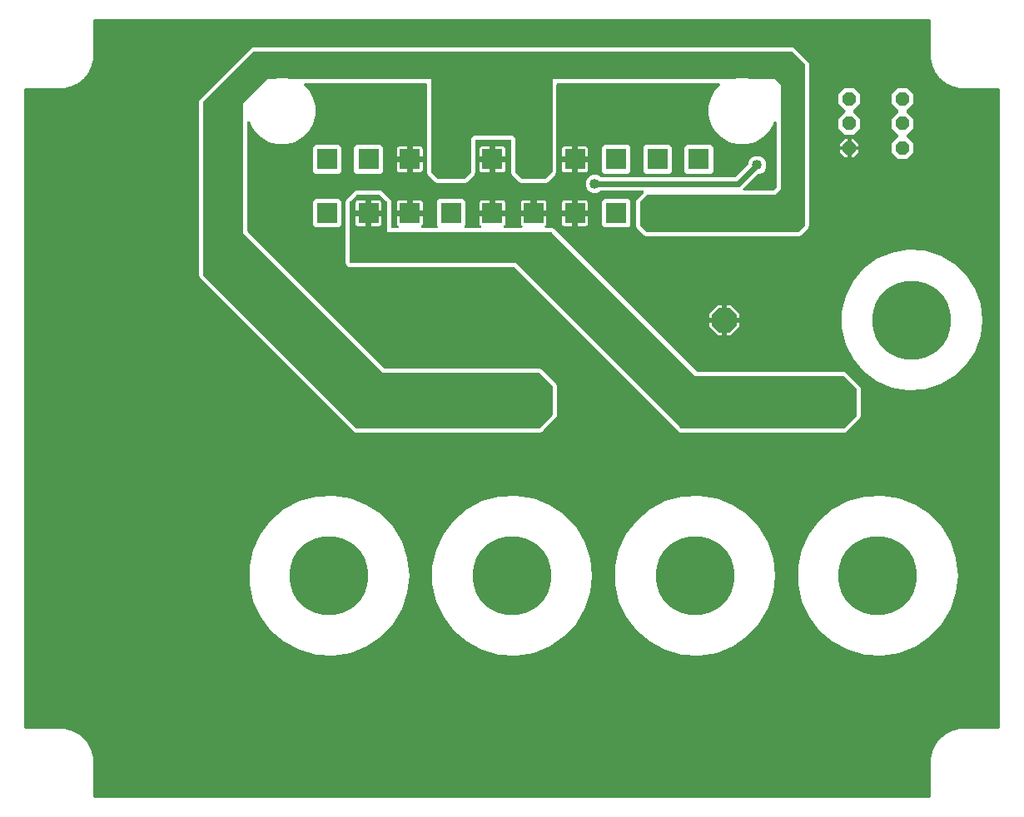
<source format=gbr>
G04 EAGLE Gerber RS-274X export*
G75*
%MOMM*%
%FSLAX34Y34*%
%LPD*%
%INBottom Copper*%
%IPPOS*%
%AMOC8*
5,1,8,0,0,1.08239X$1,22.5*%
G01*
%ADD10P,2.749271X8X202.500000*%
%ADD11C,8.000000*%
%ADD12R,2.100000X2.100000*%
%ADD13P,1.525737X8X112.500000*%
%ADD14C,1.108000*%
%ADD15C,1.016000*%
%ADD16C,1.422400*%
%ADD17C,0.558800*%

G36*
X924438Y4068D02*
X924438Y4068D01*
X924464Y4066D01*
X924611Y4088D01*
X924758Y4105D01*
X924783Y4113D01*
X924809Y4117D01*
X924947Y4172D01*
X925086Y4222D01*
X925108Y4236D01*
X925133Y4246D01*
X925254Y4331D01*
X925379Y4411D01*
X925397Y4430D01*
X925419Y4445D01*
X925518Y4555D01*
X925621Y4662D01*
X925635Y4684D01*
X925652Y4704D01*
X925724Y4834D01*
X925800Y4961D01*
X925808Y4986D01*
X925821Y5009D01*
X925861Y5152D01*
X925906Y5293D01*
X925908Y5319D01*
X925916Y5344D01*
X925935Y5588D01*
X925935Y37916D01*
X925927Y37988D01*
X925928Y38060D01*
X925907Y38160D01*
X925895Y38262D01*
X925871Y38330D01*
X925856Y38401D01*
X925817Y38485D01*
X925931Y40091D01*
X925930Y40130D01*
X925935Y40200D01*
X925935Y43104D01*
X925920Y43241D01*
X925918Y43257D01*
X925935Y43467D01*
X925935Y44485D01*
X926321Y45924D01*
X926324Y45947D01*
X926332Y45968D01*
X926369Y46210D01*
X926381Y46374D01*
X926454Y46498D01*
X926462Y46519D01*
X926469Y46532D01*
X926481Y46573D01*
X926536Y46728D01*
X926764Y47576D01*
X926771Y47629D01*
X926788Y47681D01*
X926797Y47801D01*
X926815Y47921D01*
X926810Y47974D01*
X926814Y48028D01*
X926796Y48148D01*
X926790Y48219D01*
X927267Y49498D01*
X927276Y49534D01*
X927328Y49707D01*
X927644Y51157D01*
X927672Y51193D01*
X927709Y51276D01*
X927755Y51353D01*
X927795Y51465D01*
X927816Y51511D01*
X927822Y51539D01*
X927837Y51584D01*
X928257Y53148D01*
X929244Y54858D01*
X929246Y54862D01*
X929248Y54866D01*
X929352Y55088D01*
X929519Y55536D01*
X929597Y55612D01*
X929732Y55743D01*
X929732Y55744D01*
X929733Y55744D01*
X929733Y55745D01*
X929871Y55945D01*
X930267Y56631D01*
X930282Y56664D01*
X930302Y56694D01*
X930315Y56730D01*
X930328Y56751D01*
X930353Y56828D01*
X930406Y56951D01*
X930412Y56986D01*
X930425Y57020D01*
X930433Y57079D01*
X930434Y57083D01*
X930436Y57098D01*
X930444Y57157D01*
X930462Y57257D01*
X931137Y58159D01*
X931162Y58202D01*
X931237Y58311D01*
X931894Y59448D01*
X931900Y59461D01*
X931912Y59480D01*
X932207Y60020D01*
X932224Y60045D01*
X932253Y60079D01*
X932272Y60115D01*
X932314Y60175D01*
X932741Y60916D01*
X934493Y62667D01*
X934516Y62697D01*
X934635Y62832D01*
X935116Y63474D01*
X935119Y63475D01*
X935135Y63483D01*
X935152Y63488D01*
X935289Y63565D01*
X935427Y63638D01*
X935440Y63650D01*
X935456Y63658D01*
X935642Y63817D01*
X936183Y64358D01*
X936194Y64372D01*
X936208Y64383D01*
X936303Y64508D01*
X936400Y64631D01*
X936407Y64647D01*
X936418Y64661D01*
X936482Y64804D01*
X936516Y64877D01*
X937168Y65365D01*
X937196Y65391D01*
X937333Y65507D01*
X939084Y67259D01*
X939825Y67686D01*
X939912Y67751D01*
X939989Y67798D01*
X940521Y68089D01*
X940533Y68097D01*
X940552Y68106D01*
X941689Y68763D01*
X941730Y68793D01*
X941841Y68863D01*
X942738Y69534D01*
X942739Y69534D01*
X942774Y69541D01*
X942810Y69542D01*
X942944Y69576D01*
X943080Y69604D01*
X943113Y69619D01*
X943148Y69628D01*
X943369Y69733D01*
X944056Y70129D01*
X944196Y70233D01*
X944335Y70336D01*
X944335Y70337D01*
X944443Y70463D01*
X944455Y70477D01*
X944912Y70648D01*
X944916Y70650D01*
X944921Y70651D01*
X945142Y70756D01*
X946851Y71743D01*
X948416Y72163D01*
X948500Y72196D01*
X948587Y72219D01*
X948662Y72260D01*
X948740Y72291D01*
X948814Y72342D01*
X948839Y72355D01*
X950293Y72672D01*
X950329Y72684D01*
X950502Y72733D01*
X951782Y73210D01*
X951783Y73210D01*
X951835Y73197D01*
X951956Y73195D01*
X952076Y73185D01*
X952130Y73193D01*
X952184Y73192D01*
X952413Y73235D01*
X952421Y73236D01*
X952422Y73236D01*
X952424Y73236D01*
X953272Y73464D01*
X953416Y73521D01*
X953563Y73575D01*
X953578Y73585D01*
X953596Y73592D01*
X953637Y73620D01*
X953790Y73631D01*
X953813Y73635D01*
X953835Y73635D01*
X954076Y73679D01*
X955515Y74065D01*
X956533Y74065D01*
X956574Y74069D01*
X956615Y74067D01*
X956705Y74079D01*
X956725Y74074D01*
X956775Y74074D01*
X956896Y74065D01*
X959800Y74065D01*
X959840Y74069D01*
X959909Y74069D01*
X961499Y74182D01*
X961505Y74179D01*
X961604Y74151D01*
X961699Y74114D01*
X961771Y74104D01*
X961840Y74084D01*
X962001Y74071D01*
X962044Y74065D01*
X962060Y74067D01*
X962084Y74065D01*
X994412Y74065D01*
X994438Y74068D01*
X994464Y74066D01*
X994611Y74088D01*
X994758Y74105D01*
X994783Y74113D01*
X994809Y74117D01*
X994947Y74172D01*
X995086Y74222D01*
X995108Y74236D01*
X995133Y74246D01*
X995254Y74331D01*
X995379Y74411D01*
X995397Y74430D01*
X995419Y74445D01*
X995518Y74555D01*
X995621Y74662D01*
X995635Y74684D01*
X995652Y74704D01*
X995724Y74834D01*
X995800Y74961D01*
X995808Y74986D01*
X995821Y75009D01*
X995861Y75152D01*
X995906Y75293D01*
X995908Y75319D01*
X995916Y75344D01*
X995935Y75588D01*
X995935Y724412D01*
X995932Y724438D01*
X995934Y724464D01*
X995912Y724611D01*
X995895Y724758D01*
X995887Y724783D01*
X995883Y724809D01*
X995828Y724947D01*
X995778Y725086D01*
X995764Y725108D01*
X995754Y725133D01*
X995669Y725254D01*
X995589Y725379D01*
X995570Y725397D01*
X995555Y725419D01*
X995445Y725518D01*
X995338Y725621D01*
X995316Y725635D01*
X995296Y725652D01*
X995166Y725724D01*
X995039Y725800D01*
X995014Y725808D01*
X994991Y725821D01*
X994848Y725861D01*
X994707Y725906D01*
X994681Y725908D01*
X994656Y725916D01*
X994412Y725935D01*
X962084Y725935D01*
X962012Y725927D01*
X961940Y725928D01*
X961840Y725907D01*
X961738Y725895D01*
X961670Y725871D01*
X961599Y725856D01*
X961515Y725817D01*
X959909Y725931D01*
X959870Y725930D01*
X959800Y725935D01*
X956896Y725935D01*
X956759Y725920D01*
X956743Y725918D01*
X956533Y725935D01*
X955515Y725935D01*
X954076Y726321D01*
X954053Y726324D01*
X954032Y726332D01*
X953790Y726369D01*
X953626Y726381D01*
X953502Y726454D01*
X953481Y726462D01*
X953468Y726469D01*
X953427Y726481D01*
X953272Y726536D01*
X952424Y726764D01*
X952371Y726771D01*
X952319Y726788D01*
X952199Y726797D01*
X952079Y726815D01*
X952026Y726810D01*
X951972Y726814D01*
X951852Y726796D01*
X951781Y726790D01*
X950502Y727267D01*
X950466Y727276D01*
X950293Y727328D01*
X948843Y727644D01*
X948807Y727672D01*
X948724Y727709D01*
X948647Y727755D01*
X948535Y727795D01*
X948489Y727816D01*
X948461Y727822D01*
X948416Y727837D01*
X946852Y728257D01*
X945142Y729244D01*
X945138Y729246D01*
X945134Y729248D01*
X944912Y729352D01*
X944464Y729519D01*
X944360Y729626D01*
X944257Y729732D01*
X944256Y729732D01*
X944256Y729733D01*
X944255Y729733D01*
X944055Y729871D01*
X943369Y730267D01*
X943336Y730282D01*
X943306Y730302D01*
X943176Y730351D01*
X943049Y730406D01*
X943014Y730412D01*
X942980Y730425D01*
X942843Y730444D01*
X942743Y730462D01*
X941841Y731137D01*
X941798Y731162D01*
X941689Y731237D01*
X940552Y731894D01*
X940539Y731900D01*
X940520Y731912D01*
X939980Y732207D01*
X939955Y732224D01*
X939921Y732253D01*
X939885Y732272D01*
X939825Y732314D01*
X939084Y732741D01*
X937333Y734493D01*
X937303Y734516D01*
X937168Y734635D01*
X936526Y735116D01*
X936525Y735119D01*
X936517Y735135D01*
X936512Y735152D01*
X936435Y735289D01*
X936362Y735427D01*
X936350Y735440D01*
X936342Y735456D01*
X936183Y735642D01*
X935642Y736183D01*
X935628Y736194D01*
X935617Y736208D01*
X935492Y736303D01*
X935369Y736400D01*
X935353Y736407D01*
X935339Y736418D01*
X935196Y736482D01*
X935123Y736516D01*
X934635Y737168D01*
X934609Y737195D01*
X934493Y737333D01*
X932741Y739084D01*
X932314Y739825D01*
X932249Y739912D01*
X932203Y739986D01*
X931911Y740520D01*
X931903Y740532D01*
X931894Y740552D01*
X931237Y741689D01*
X931207Y741729D01*
X931137Y741841D01*
X930466Y742738D01*
X930466Y742739D01*
X930459Y742774D01*
X930458Y742810D01*
X930424Y742944D01*
X930396Y743080D01*
X930381Y743113D01*
X930372Y743148D01*
X930267Y743369D01*
X929871Y744055D01*
X929777Y744183D01*
X929664Y744335D01*
X929663Y744335D01*
X929527Y744451D01*
X929523Y744455D01*
X929352Y744912D01*
X929350Y744916D01*
X929349Y744921D01*
X929281Y745063D01*
X929273Y745085D01*
X929267Y745093D01*
X929244Y745142D01*
X928257Y746852D01*
X927837Y748416D01*
X927804Y748500D01*
X927780Y748588D01*
X927740Y748662D01*
X927709Y748740D01*
X927658Y748815D01*
X927645Y748839D01*
X927328Y750293D01*
X927316Y750329D01*
X927267Y750502D01*
X926790Y751782D01*
X926790Y751783D01*
X926803Y751835D01*
X926805Y751956D01*
X926815Y752076D01*
X926807Y752130D01*
X926808Y752184D01*
X926765Y752413D01*
X926764Y752421D01*
X926764Y752422D01*
X926764Y752424D01*
X926536Y753272D01*
X926479Y753416D01*
X926425Y753563D01*
X926415Y753578D01*
X926408Y753596D01*
X926380Y753637D01*
X926369Y753790D01*
X926365Y753813D01*
X926365Y753835D01*
X926321Y754076D01*
X925935Y755515D01*
X925935Y756533D01*
X925931Y756574D01*
X925933Y756615D01*
X925921Y756705D01*
X925926Y756725D01*
X925926Y756775D01*
X925935Y756896D01*
X925935Y759800D01*
X925931Y759840D01*
X925931Y759909D01*
X925818Y761499D01*
X925821Y761505D01*
X925849Y761604D01*
X925886Y761699D01*
X925896Y761771D01*
X925916Y761840D01*
X925929Y762001D01*
X925935Y762044D01*
X925933Y762060D01*
X925935Y762084D01*
X925935Y794412D01*
X925932Y794438D01*
X925934Y794464D01*
X925912Y794611D01*
X925895Y794758D01*
X925887Y794783D01*
X925883Y794809D01*
X925828Y794947D01*
X925778Y795086D01*
X925764Y795108D01*
X925754Y795133D01*
X925669Y795254D01*
X925589Y795379D01*
X925570Y795397D01*
X925555Y795419D01*
X925445Y795518D01*
X925338Y795621D01*
X925316Y795635D01*
X925296Y795652D01*
X925166Y795724D01*
X925039Y795800D01*
X925014Y795808D01*
X924991Y795821D01*
X924848Y795861D01*
X924707Y795906D01*
X924681Y795908D01*
X924656Y795916D01*
X924412Y795935D01*
X75588Y795935D01*
X75562Y795932D01*
X75536Y795934D01*
X75389Y795912D01*
X75242Y795895D01*
X75217Y795887D01*
X75191Y795883D01*
X75053Y795828D01*
X74914Y795778D01*
X74892Y795764D01*
X74867Y795754D01*
X74746Y795669D01*
X74621Y795589D01*
X74603Y795570D01*
X74581Y795555D01*
X74482Y795445D01*
X74379Y795338D01*
X74365Y795316D01*
X74348Y795296D01*
X74276Y795166D01*
X74200Y795039D01*
X74192Y795014D01*
X74179Y794991D01*
X74139Y794848D01*
X74094Y794707D01*
X74092Y794681D01*
X74084Y794656D01*
X74065Y794412D01*
X74065Y762084D01*
X74073Y762012D01*
X74072Y761940D01*
X74093Y761840D01*
X74105Y761738D01*
X74129Y761670D01*
X74144Y761599D01*
X74183Y761515D01*
X74069Y759909D01*
X74070Y759870D01*
X74065Y759800D01*
X74065Y756896D01*
X74080Y756759D01*
X74082Y756743D01*
X74065Y756533D01*
X74065Y755515D01*
X73679Y754076D01*
X73676Y754053D01*
X73668Y754032D01*
X73631Y753790D01*
X73619Y753626D01*
X73546Y753502D01*
X73538Y753481D01*
X73531Y753468D01*
X73519Y753427D01*
X73464Y753272D01*
X73236Y752424D01*
X73229Y752371D01*
X73212Y752319D01*
X73203Y752199D01*
X73185Y752079D01*
X73190Y752026D01*
X73186Y751972D01*
X73204Y751852D01*
X73210Y751781D01*
X72733Y750502D01*
X72724Y750466D01*
X72672Y750293D01*
X72356Y748843D01*
X72328Y748807D01*
X72291Y748724D01*
X72245Y748647D01*
X72205Y748535D01*
X72184Y748489D01*
X72178Y748460D01*
X72163Y748416D01*
X71743Y746852D01*
X70756Y745142D01*
X70754Y745138D01*
X70752Y745134D01*
X70699Y745020D01*
X70681Y744991D01*
X70673Y744966D01*
X70648Y744912D01*
X70481Y744464D01*
X70374Y744360D01*
X70268Y744257D01*
X70268Y744256D01*
X70267Y744256D01*
X70267Y744255D01*
X70129Y744055D01*
X69733Y743369D01*
X69718Y743336D01*
X69698Y743306D01*
X69649Y743176D01*
X69594Y743049D01*
X69588Y743014D01*
X69575Y742980D01*
X69556Y742843D01*
X69538Y742743D01*
X68863Y741841D01*
X68838Y741798D01*
X68763Y741689D01*
X68106Y740552D01*
X68100Y740539D01*
X68089Y740520D01*
X67793Y739980D01*
X67776Y739955D01*
X67747Y739921D01*
X67728Y739885D01*
X67686Y739825D01*
X67259Y739084D01*
X65507Y737333D01*
X65484Y737303D01*
X65365Y737168D01*
X64884Y736526D01*
X64881Y736525D01*
X64865Y736517D01*
X64848Y736512D01*
X64711Y736435D01*
X64573Y736362D01*
X64560Y736350D01*
X64544Y736342D01*
X64358Y736183D01*
X63817Y735642D01*
X63806Y735628D01*
X63792Y735617D01*
X63697Y735492D01*
X63600Y735369D01*
X63593Y735353D01*
X63582Y735339D01*
X63518Y735196D01*
X63484Y735123D01*
X62832Y734635D01*
X62805Y734609D01*
X62667Y734493D01*
X60916Y732741D01*
X60175Y732314D01*
X60088Y732249D01*
X60014Y732203D01*
X59480Y731911D01*
X59468Y731903D01*
X59448Y731894D01*
X58311Y731237D01*
X58271Y731207D01*
X58159Y731137D01*
X57262Y730466D01*
X57261Y730466D01*
X57226Y730459D01*
X57190Y730458D01*
X57056Y730424D01*
X56920Y730396D01*
X56887Y730381D01*
X56852Y730372D01*
X56631Y730267D01*
X55945Y729871D01*
X55791Y729757D01*
X55665Y729664D01*
X55665Y729663D01*
X55545Y729523D01*
X55088Y729352D01*
X55084Y729350D01*
X55079Y729349D01*
X54858Y729244D01*
X53148Y728257D01*
X51584Y727837D01*
X51500Y727804D01*
X51412Y727780D01*
X51338Y727740D01*
X51260Y727709D01*
X51185Y727658D01*
X51161Y727645D01*
X49707Y727328D01*
X49671Y727316D01*
X49498Y727267D01*
X48218Y726790D01*
X48217Y726790D01*
X48165Y726803D01*
X48044Y726805D01*
X47924Y726815D01*
X47870Y726807D01*
X47816Y726808D01*
X47587Y726765D01*
X47579Y726764D01*
X47578Y726764D01*
X47576Y726764D01*
X46728Y726536D01*
X46584Y726479D01*
X46437Y726425D01*
X46422Y726415D01*
X46404Y726408D01*
X46363Y726380D01*
X46210Y726369D01*
X46187Y726365D01*
X46165Y726365D01*
X45924Y726321D01*
X44485Y725935D01*
X43467Y725935D01*
X43426Y725931D01*
X43385Y725933D01*
X43295Y725921D01*
X43275Y725926D01*
X43225Y725926D01*
X43104Y725935D01*
X40200Y725935D01*
X40160Y725931D01*
X40091Y725931D01*
X38501Y725818D01*
X38495Y725821D01*
X38396Y725849D01*
X38301Y725886D01*
X38229Y725896D01*
X38160Y725916D01*
X37999Y725929D01*
X37956Y725935D01*
X37940Y725933D01*
X37916Y725935D01*
X5588Y725935D01*
X5562Y725932D01*
X5536Y725934D01*
X5389Y725912D01*
X5242Y725895D01*
X5217Y725887D01*
X5191Y725883D01*
X5053Y725828D01*
X4914Y725778D01*
X4892Y725764D01*
X4867Y725754D01*
X4746Y725669D01*
X4621Y725589D01*
X4603Y725570D01*
X4581Y725555D01*
X4482Y725445D01*
X4379Y725338D01*
X4365Y725316D01*
X4348Y725296D01*
X4276Y725166D01*
X4200Y725039D01*
X4192Y725014D01*
X4179Y724991D01*
X4139Y724848D01*
X4094Y724707D01*
X4092Y724681D01*
X4084Y724656D01*
X4065Y724412D01*
X4065Y75588D01*
X4068Y75562D01*
X4066Y75536D01*
X4088Y75389D01*
X4105Y75242D01*
X4113Y75217D01*
X4117Y75191D01*
X4172Y75053D01*
X4222Y74914D01*
X4236Y74892D01*
X4246Y74867D01*
X4331Y74746D01*
X4411Y74621D01*
X4430Y74603D01*
X4445Y74581D01*
X4555Y74482D01*
X4662Y74379D01*
X4684Y74365D01*
X4704Y74348D01*
X4834Y74276D01*
X4961Y74200D01*
X4986Y74192D01*
X5009Y74179D01*
X5152Y74139D01*
X5293Y74094D01*
X5319Y74092D01*
X5344Y74084D01*
X5588Y74065D01*
X37916Y74065D01*
X37988Y74073D01*
X38060Y74072D01*
X38160Y74093D01*
X38262Y74105D01*
X38330Y74129D01*
X38401Y74144D01*
X38485Y74183D01*
X40091Y74069D01*
X40130Y74070D01*
X40200Y74065D01*
X43104Y74065D01*
X43241Y74080D01*
X43257Y74082D01*
X43467Y74065D01*
X44485Y74065D01*
X45924Y73679D01*
X45947Y73676D01*
X45968Y73668D01*
X46210Y73631D01*
X46374Y73619D01*
X46498Y73546D01*
X46519Y73538D01*
X46532Y73531D01*
X46573Y73519D01*
X46728Y73464D01*
X47576Y73236D01*
X47629Y73229D01*
X47681Y73212D01*
X47801Y73203D01*
X47921Y73185D01*
X47974Y73190D01*
X48028Y73186D01*
X48148Y73204D01*
X48219Y73210D01*
X49498Y72733D01*
X49534Y72724D01*
X49707Y72672D01*
X51157Y72356D01*
X51194Y72328D01*
X51276Y72291D01*
X51354Y72245D01*
X51465Y72205D01*
X51511Y72184D01*
X51540Y72178D01*
X51584Y72163D01*
X53149Y71743D01*
X54858Y70756D01*
X54862Y70754D01*
X54866Y70752D01*
X55088Y70648D01*
X55536Y70481D01*
X55624Y70391D01*
X55743Y70268D01*
X55744Y70268D01*
X55744Y70267D01*
X55745Y70267D01*
X55944Y70129D01*
X56631Y69733D01*
X56664Y69718D01*
X56694Y69698D01*
X56824Y69649D01*
X56951Y69594D01*
X56986Y69588D01*
X57020Y69575D01*
X57157Y69556D01*
X57257Y69538D01*
X58159Y68863D01*
X58202Y68838D01*
X58311Y68763D01*
X59448Y68106D01*
X59461Y68101D01*
X59479Y68089D01*
X60020Y67793D01*
X60046Y67776D01*
X60080Y67746D01*
X60116Y67727D01*
X60175Y67686D01*
X60916Y67259D01*
X62667Y65507D01*
X62697Y65484D01*
X62832Y65365D01*
X63474Y64884D01*
X63475Y64881D01*
X63483Y64865D01*
X63488Y64848D01*
X63565Y64711D01*
X63638Y64573D01*
X63650Y64560D01*
X63658Y64544D01*
X63817Y64358D01*
X64358Y63817D01*
X64372Y63806D01*
X64383Y63792D01*
X64508Y63697D01*
X64631Y63600D01*
X64647Y63593D01*
X64661Y63582D01*
X64804Y63518D01*
X64877Y63484D01*
X65365Y62832D01*
X65391Y62804D01*
X65507Y62667D01*
X67259Y60916D01*
X67686Y60175D01*
X67751Y60088D01*
X67798Y60011D01*
X68089Y59479D01*
X68097Y59467D01*
X68106Y59448D01*
X68763Y58311D01*
X68793Y58271D01*
X68863Y58159D01*
X69534Y57262D01*
X69534Y57261D01*
X69541Y57226D01*
X69542Y57190D01*
X69576Y57056D01*
X69584Y57016D01*
X69589Y56982D01*
X69593Y56972D01*
X69604Y56920D01*
X69619Y56887D01*
X69628Y56852D01*
X69709Y56682D01*
X69718Y56658D01*
X69724Y56649D01*
X69733Y56631D01*
X70129Y55944D01*
X70239Y55796D01*
X70336Y55665D01*
X70337Y55665D01*
X70476Y55547D01*
X70477Y55545D01*
X70648Y55088D01*
X70650Y55084D01*
X70651Y55079D01*
X70756Y54858D01*
X71743Y53148D01*
X72163Y51584D01*
X72196Y51500D01*
X72220Y51412D01*
X72260Y51338D01*
X72291Y51260D01*
X72342Y51185D01*
X72355Y51161D01*
X72672Y49707D01*
X72684Y49671D01*
X72733Y49498D01*
X73210Y48218D01*
X73210Y48217D01*
X73197Y48165D01*
X73195Y48044D01*
X73185Y47924D01*
X73193Y47870D01*
X73192Y47816D01*
X73235Y47587D01*
X73236Y47579D01*
X73236Y47578D01*
X73236Y47576D01*
X73464Y46728D01*
X73521Y46584D01*
X73575Y46437D01*
X73585Y46422D01*
X73592Y46404D01*
X73620Y46363D01*
X73631Y46210D01*
X73635Y46187D01*
X73635Y46165D01*
X73679Y45924D01*
X74065Y44485D01*
X74065Y43467D01*
X74069Y43426D01*
X74067Y43385D01*
X74079Y43295D01*
X74074Y43275D01*
X74074Y43225D01*
X74065Y43104D01*
X74065Y40200D01*
X74069Y40160D01*
X74069Y40091D01*
X74182Y38501D01*
X74179Y38495D01*
X74151Y38396D01*
X74114Y38301D01*
X74104Y38229D01*
X74084Y38160D01*
X74071Y37999D01*
X74065Y37956D01*
X74067Y37940D01*
X74065Y37916D01*
X74065Y5588D01*
X74068Y5562D01*
X74066Y5536D01*
X74088Y5389D01*
X74105Y5242D01*
X74113Y5217D01*
X74117Y5191D01*
X74172Y5053D01*
X74222Y4914D01*
X74236Y4892D01*
X74246Y4867D01*
X74331Y4746D01*
X74411Y4621D01*
X74430Y4603D01*
X74445Y4581D01*
X74555Y4482D01*
X74662Y4379D01*
X74684Y4365D01*
X74704Y4348D01*
X74834Y4276D01*
X74961Y4200D01*
X74986Y4192D01*
X75009Y4179D01*
X75152Y4139D01*
X75293Y4094D01*
X75319Y4092D01*
X75344Y4084D01*
X75588Y4065D01*
X924412Y4065D01*
X924438Y4068D01*
G37*
%LPC*%
G36*
X526998Y375311D02*
X526998Y375311D01*
X526997Y375311D01*
X525619Y375311D01*
X525609Y375312D01*
X342921Y375411D01*
X342920Y375411D01*
X341787Y375411D01*
X340763Y375836D01*
X340762Y375836D01*
X339733Y376263D01*
X338932Y377064D01*
X338932Y377065D01*
X338931Y377065D01*
X184248Y531748D01*
X182462Y533534D01*
X181611Y535588D01*
X181611Y712212D01*
X182462Y714266D01*
X234834Y766638D01*
X236888Y767489D01*
X785212Y767489D01*
X787266Y766638D01*
X801538Y752366D01*
X802389Y750312D01*
X802389Y586163D01*
X801538Y584109D01*
X793616Y576187D01*
X791562Y575336D01*
X636938Y575336D01*
X634884Y576187D01*
X626962Y584109D01*
X626111Y586163D01*
X626111Y610612D01*
X626962Y612666D01*
X633098Y618801D01*
X633487Y619191D01*
X633550Y619270D01*
X633619Y619342D01*
X633658Y619406D01*
X633704Y619464D01*
X633747Y619555D01*
X633798Y619641D01*
X633821Y619712D01*
X633853Y619779D01*
X633874Y619877D01*
X633905Y619973D01*
X633911Y620047D01*
X633926Y620120D01*
X633924Y620220D01*
X633933Y620320D01*
X633922Y620394D01*
X633920Y620468D01*
X633896Y620566D01*
X633881Y620665D01*
X633853Y620734D01*
X633835Y620806D01*
X633789Y620895D01*
X633752Y620989D01*
X633710Y621050D01*
X633676Y621116D01*
X633610Y621192D01*
X633553Y621275D01*
X633498Y621325D01*
X633450Y621381D01*
X633369Y621441D01*
X633294Y621508D01*
X633229Y621544D01*
X633170Y621589D01*
X633077Y621628D01*
X632989Y621677D01*
X632918Y621697D01*
X632849Y621727D01*
X632751Y621744D01*
X632654Y621772D01*
X632554Y621780D01*
X632506Y621788D01*
X632471Y621786D01*
X632410Y621791D01*
X590905Y621791D01*
X590779Y621777D01*
X590653Y621770D01*
X590607Y621757D01*
X590559Y621751D01*
X590440Y621709D01*
X590318Y621674D01*
X590276Y621650D01*
X590231Y621634D01*
X590124Y621565D01*
X590014Y621504D01*
X589968Y621464D01*
X589938Y621445D01*
X589904Y621410D01*
X589828Y621345D01*
X589380Y620898D01*
X586019Y619505D01*
X582381Y619505D01*
X579020Y620898D01*
X576448Y623470D01*
X575055Y626831D01*
X575055Y630469D01*
X576448Y633830D01*
X579020Y636402D01*
X582381Y637795D01*
X586019Y637795D01*
X589380Y636402D01*
X589828Y635955D01*
X589927Y635876D01*
X590021Y635792D01*
X590063Y635768D01*
X590101Y635738D01*
X590215Y635684D01*
X590326Y635623D01*
X590372Y635610D01*
X590416Y635589D01*
X590539Y635563D01*
X590661Y635528D01*
X590722Y635523D01*
X590757Y635516D01*
X590805Y635517D01*
X590905Y635509D01*
X726778Y635509D01*
X726904Y635523D01*
X727030Y635530D01*
X727076Y635543D01*
X727124Y635549D01*
X727243Y635591D01*
X727365Y635626D01*
X727407Y635650D01*
X727452Y635666D01*
X727559Y635735D01*
X727669Y635796D01*
X727715Y635836D01*
X727745Y635855D01*
X727779Y635890D01*
X727855Y635955D01*
X739709Y647809D01*
X739788Y647908D01*
X739872Y648002D01*
X739896Y648044D01*
X739926Y648082D01*
X739980Y648196D01*
X740041Y648307D01*
X740054Y648353D01*
X740075Y648397D01*
X740101Y648520D01*
X740136Y648642D01*
X740141Y648703D01*
X740148Y648738D01*
X740147Y648786D01*
X740155Y648886D01*
X740155Y649519D01*
X741548Y652880D01*
X744120Y655452D01*
X747481Y656845D01*
X751119Y656845D01*
X754480Y655452D01*
X757052Y652880D01*
X758445Y649519D01*
X758445Y645881D01*
X757052Y642520D01*
X754480Y639948D01*
X751119Y638555D01*
X750486Y638555D01*
X750360Y638541D01*
X750234Y638534D01*
X750188Y638521D01*
X750140Y638515D01*
X750021Y638473D01*
X749899Y638438D01*
X749857Y638414D01*
X749812Y638398D01*
X749705Y638329D01*
X749595Y638268D01*
X749549Y638228D01*
X749519Y638209D01*
X749485Y638174D01*
X749409Y638109D01*
X735339Y624039D01*
X735276Y623961D01*
X735207Y623888D01*
X735168Y623824D01*
X735122Y623766D01*
X735079Y623675D01*
X735028Y623589D01*
X735005Y623518D01*
X734973Y623451D01*
X734952Y623353D01*
X734921Y623257D01*
X734916Y623183D01*
X734900Y623110D01*
X734902Y623010D01*
X734894Y622910D01*
X734905Y622836D01*
X734906Y622762D01*
X734930Y622665D01*
X734945Y622565D01*
X734973Y622496D01*
X734991Y622424D01*
X735037Y622334D01*
X735074Y622241D01*
X735116Y622180D01*
X735150Y622114D01*
X735216Y622037D01*
X735273Y621955D01*
X735328Y621905D01*
X735376Y621849D01*
X735457Y621789D01*
X735532Y621722D01*
X735597Y621686D01*
X735657Y621641D01*
X735749Y621602D01*
X735837Y621553D01*
X735908Y621533D01*
X735977Y621503D01*
X736075Y621486D01*
X736172Y621458D01*
X736272Y621450D01*
X736320Y621442D01*
X736355Y621444D01*
X736416Y621439D01*
X765279Y621439D01*
X765405Y621453D01*
X765531Y621460D01*
X765577Y621473D01*
X765625Y621479D01*
X765744Y621521D01*
X765866Y621556D01*
X765908Y621580D01*
X765953Y621596D01*
X766060Y621665D01*
X766170Y621726D01*
X766216Y621766D01*
X766246Y621785D01*
X766280Y621820D01*
X766356Y621885D01*
X768540Y624069D01*
X768619Y624168D01*
X768703Y624262D01*
X768727Y624304D01*
X768757Y624342D01*
X768811Y624456D01*
X768872Y624567D01*
X768885Y624613D01*
X768906Y624657D01*
X768932Y624780D01*
X768967Y624902D01*
X768972Y624963D01*
X768979Y624998D01*
X768978Y625046D01*
X768986Y625146D01*
X768986Y690384D01*
X768969Y690533D01*
X768957Y690682D01*
X768949Y690706D01*
X768946Y690731D01*
X768896Y690872D01*
X768850Y691014D01*
X768837Y691035D01*
X768829Y691059D01*
X768748Y691185D01*
X768671Y691313D01*
X768653Y691331D01*
X768640Y691351D01*
X768532Y691455D01*
X768428Y691563D01*
X768407Y691576D01*
X768389Y691594D01*
X768261Y691670D01*
X768135Y691751D01*
X768111Y691760D01*
X768090Y691772D01*
X767948Y691818D01*
X767807Y691868D01*
X767782Y691871D01*
X767758Y691879D01*
X767609Y691891D01*
X767460Y691908D01*
X767436Y691905D01*
X767411Y691907D01*
X767263Y691884D01*
X767114Y691867D01*
X767091Y691859D01*
X767066Y691855D01*
X766927Y691800D01*
X766786Y691749D01*
X766765Y691735D01*
X766742Y691726D01*
X766619Y691641D01*
X766494Y691559D01*
X766477Y691541D01*
X766456Y691527D01*
X766356Y691416D01*
X766252Y691308D01*
X766239Y691287D01*
X766223Y691269D01*
X766150Y691137D01*
X766074Y691009D01*
X766064Y690981D01*
X766054Y690963D01*
X766041Y690918D01*
X765992Y690779D01*
X765743Y689852D01*
X761259Y682084D01*
X754916Y675741D01*
X747148Y671257D01*
X738485Y668935D01*
X729515Y668935D01*
X720852Y671257D01*
X713084Y675741D01*
X706741Y682084D01*
X702257Y689852D01*
X699935Y698515D01*
X699935Y707485D01*
X702257Y716148D01*
X706741Y723916D01*
X711136Y728311D01*
X711198Y728389D01*
X711268Y728462D01*
X711307Y728526D01*
X711353Y728584D01*
X711396Y728675D01*
X711447Y728761D01*
X711470Y728832D01*
X711502Y728899D01*
X711523Y728997D01*
X711553Y729093D01*
X711559Y729167D01*
X711575Y729240D01*
X711573Y729340D01*
X711581Y729440D01*
X711570Y729514D01*
X711569Y729588D01*
X711545Y729685D01*
X711530Y729785D01*
X711502Y729854D01*
X711484Y729926D01*
X711438Y730016D01*
X711401Y730109D01*
X711359Y730170D01*
X711324Y730236D01*
X711259Y730313D01*
X711202Y730395D01*
X711147Y730445D01*
X711099Y730501D01*
X711018Y730561D01*
X710943Y730628D01*
X710878Y730664D01*
X710818Y730709D01*
X710726Y730748D01*
X710638Y730797D01*
X710567Y730817D01*
X710498Y730847D01*
X710400Y730864D01*
X710303Y730892D01*
X710203Y730900D01*
X710155Y730908D01*
X710120Y730906D01*
X710059Y730911D01*
X546737Y730911D01*
X546711Y730908D01*
X546685Y730910D01*
X546538Y730888D01*
X546391Y730871D01*
X546366Y730863D01*
X546340Y730859D01*
X546202Y730804D01*
X546063Y730754D01*
X546041Y730740D01*
X546016Y730730D01*
X545895Y730645D01*
X545770Y730565D01*
X545752Y730546D01*
X545730Y730531D01*
X545631Y730421D01*
X545528Y730314D01*
X545514Y730292D01*
X545497Y730272D01*
X545425Y730142D01*
X545349Y730015D01*
X545341Y729990D01*
X545328Y729967D01*
X545288Y729824D01*
X545243Y729683D01*
X545241Y729657D01*
X545233Y729632D01*
X545214Y729388D01*
X545214Y640138D01*
X544363Y638084D01*
X536441Y630162D01*
X534387Y629311D01*
X509938Y629311D01*
X507884Y630162D01*
X499962Y638084D01*
X499111Y640138D01*
X499111Y672238D01*
X499108Y672264D01*
X499110Y672290D01*
X499088Y672437D01*
X499071Y672584D01*
X499063Y672609D01*
X499059Y672635D01*
X499004Y672773D01*
X498954Y672912D01*
X498940Y672934D01*
X498930Y672959D01*
X498845Y673080D01*
X498765Y673205D01*
X498746Y673223D01*
X498731Y673245D01*
X498621Y673344D01*
X498514Y673447D01*
X498492Y673461D01*
X498472Y673478D01*
X498342Y673550D01*
X498215Y673626D01*
X498190Y673634D01*
X498167Y673647D01*
X498024Y673687D01*
X497883Y673732D01*
X497857Y673734D01*
X497832Y673742D01*
X497588Y673761D01*
X464187Y673761D01*
X464161Y673758D01*
X464135Y673760D01*
X463988Y673738D01*
X463841Y673721D01*
X463816Y673713D01*
X463790Y673709D01*
X463652Y673654D01*
X463513Y673604D01*
X463491Y673590D01*
X463466Y673580D01*
X463345Y673495D01*
X463220Y673415D01*
X463202Y673396D01*
X463180Y673381D01*
X463081Y673271D01*
X462978Y673164D01*
X462964Y673142D01*
X462947Y673122D01*
X462875Y672992D01*
X462799Y672865D01*
X462791Y672840D01*
X462778Y672817D01*
X462738Y672674D01*
X462693Y672533D01*
X462691Y672507D01*
X462683Y672482D01*
X462664Y672238D01*
X462664Y640138D01*
X461813Y638084D01*
X453891Y630162D01*
X451837Y629311D01*
X424213Y629311D01*
X422159Y630162D01*
X414237Y638084D01*
X413386Y640138D01*
X413386Y729388D01*
X413383Y729414D01*
X413385Y729440D01*
X413363Y729587D01*
X413346Y729734D01*
X413338Y729759D01*
X413334Y729785D01*
X413279Y729923D01*
X413229Y730062D01*
X413215Y730084D01*
X413205Y730109D01*
X413120Y730230D01*
X413040Y730355D01*
X413021Y730373D01*
X413006Y730395D01*
X412896Y730494D01*
X412789Y730597D01*
X412767Y730611D01*
X412747Y730628D01*
X412617Y730700D01*
X412490Y730776D01*
X412465Y730784D01*
X412442Y730797D01*
X412299Y730837D01*
X412158Y730882D01*
X412132Y730884D01*
X412107Y730892D01*
X411863Y730911D01*
X289941Y730911D01*
X289841Y730900D01*
X289741Y730898D01*
X289669Y730880D01*
X289595Y730871D01*
X289500Y730838D01*
X289403Y730813D01*
X289337Y730779D01*
X289267Y730754D01*
X289182Y730699D01*
X289093Y730653D01*
X289036Y730605D01*
X288974Y730565D01*
X288904Y730493D01*
X288828Y730428D01*
X288783Y730368D01*
X288732Y730314D01*
X288680Y730228D01*
X288620Y730147D01*
X288591Y730079D01*
X288553Y730015D01*
X288522Y729919D01*
X288482Y729827D01*
X288469Y729754D01*
X288447Y729683D01*
X288439Y729583D01*
X288421Y729484D01*
X288425Y729410D01*
X288419Y729336D01*
X288434Y729236D01*
X288439Y729136D01*
X288459Y729065D01*
X288470Y728991D01*
X288507Y728898D01*
X288535Y728801D01*
X288572Y728736D01*
X288599Y728667D01*
X288656Y728585D01*
X288705Y728497D01*
X288771Y728421D01*
X288798Y728381D01*
X288824Y728357D01*
X288864Y728311D01*
X293259Y723916D01*
X297743Y716148D01*
X300065Y707485D01*
X300065Y698515D01*
X297743Y689852D01*
X293259Y682084D01*
X286916Y675741D01*
X279148Y671257D01*
X270485Y668935D01*
X261515Y668935D01*
X252852Y671257D01*
X245084Y675741D01*
X238741Y682084D01*
X234257Y689852D01*
X233883Y691245D01*
X233828Y691384D01*
X233778Y691525D01*
X233764Y691546D01*
X233755Y691569D01*
X233670Y691692D01*
X233589Y691818D01*
X233571Y691835D01*
X233557Y691856D01*
X233446Y691956D01*
X233338Y692060D01*
X233317Y692073D01*
X233298Y692090D01*
X233167Y692162D01*
X233039Y692239D01*
X233015Y692247D01*
X232994Y692259D01*
X232849Y692300D01*
X232707Y692345D01*
X232682Y692347D01*
X232658Y692354D01*
X232509Y692361D01*
X232360Y692373D01*
X232335Y692369D01*
X232310Y692371D01*
X232164Y692344D01*
X232015Y692321D01*
X231992Y692312D01*
X231968Y692308D01*
X231830Y692248D01*
X231691Y692193D01*
X231671Y692179D01*
X231648Y692169D01*
X231528Y692079D01*
X231405Y691994D01*
X231388Y691975D01*
X231369Y691961D01*
X231272Y691846D01*
X231172Y691735D01*
X231160Y691713D01*
X231144Y691694D01*
X231076Y691561D01*
X231003Y691430D01*
X230996Y691406D01*
X230985Y691384D01*
X230949Y691239D01*
X230908Y691095D01*
X230906Y691065D01*
X230901Y691046D01*
X230901Y690998D01*
X230889Y690851D01*
X230889Y580921D01*
X230903Y580795D01*
X230910Y580669D01*
X230923Y580623D01*
X230929Y580575D01*
X230971Y580456D01*
X231006Y580334D01*
X231030Y580292D01*
X231046Y580247D01*
X231115Y580140D01*
X231176Y580030D01*
X231216Y579984D01*
X231235Y579954D01*
X231270Y579920D01*
X231335Y579844D01*
X370169Y441010D01*
X370268Y440931D01*
X370362Y440847D01*
X370404Y440823D01*
X370442Y440793D01*
X370556Y440739D01*
X370667Y440678D01*
X370713Y440665D01*
X370757Y440644D01*
X370880Y440618D01*
X371002Y440583D01*
X371063Y440578D01*
X371098Y440571D01*
X371146Y440572D01*
X371246Y440564D01*
X525768Y440564D01*
X525869Y440575D01*
X527168Y440564D01*
X527173Y440564D01*
X527181Y440564D01*
X528287Y440564D01*
X529305Y440131D01*
X529311Y440130D01*
X529318Y440126D01*
X530340Y439703D01*
X531115Y438914D01*
X531119Y438911D01*
X531124Y438904D01*
X532015Y438013D01*
X532105Y437906D01*
X543690Y426114D01*
X543694Y426110D01*
X543700Y426104D01*
X544481Y425323D01*
X544895Y424298D01*
X544898Y424293D01*
X544900Y424286D01*
X545324Y423263D01*
X545314Y422157D01*
X545314Y422152D01*
X545314Y422144D01*
X545314Y392488D01*
X544463Y390434D01*
X542677Y388648D01*
X531976Y377947D01*
X531971Y377942D01*
X531965Y377935D01*
X531960Y377931D01*
X531957Y377927D01*
X530960Y376931D01*
X530959Y376931D01*
X530190Y376161D01*
X529147Y375730D01*
X529146Y375729D01*
X528135Y375311D01*
X526998Y375311D01*
G37*
%LPD*%
G36*
X527150Y379391D02*
X527150Y379391D01*
X527277Y379398D01*
X527323Y379411D01*
X527370Y379416D01*
X527490Y379459D01*
X527612Y379494D01*
X527654Y379518D01*
X527699Y379534D01*
X527805Y379602D01*
X527916Y379664D01*
X527962Y379703D01*
X527991Y379723D01*
X528025Y379757D01*
X528102Y379823D01*
X540802Y392523D01*
X540881Y392622D01*
X540965Y392716D01*
X540989Y392758D01*
X541019Y392796D01*
X541073Y392910D01*
X541134Y393021D01*
X541147Y393067D01*
X541168Y393111D01*
X541194Y393234D01*
X541229Y393356D01*
X541234Y393417D01*
X541241Y393452D01*
X541240Y393500D01*
X541248Y393600D01*
X541248Y422175D01*
X541235Y422294D01*
X541229Y422413D01*
X541215Y422467D01*
X541208Y422521D01*
X541168Y422634D01*
X541136Y422749D01*
X541109Y422797D01*
X541091Y422849D01*
X541026Y422950D01*
X540968Y423055D01*
X540923Y423109D01*
X540902Y423142D01*
X540869Y423174D01*
X540812Y423243D01*
X528237Y436043D01*
X528133Y436126D01*
X528034Y436215D01*
X527998Y436235D01*
X527966Y436262D01*
X527846Y436319D01*
X527729Y436384D01*
X527689Y436395D01*
X527652Y436413D01*
X527522Y436442D01*
X527394Y436479D01*
X527342Y436483D01*
X527312Y436490D01*
X527262Y436489D01*
X527150Y436498D01*
X368931Y436498D01*
X226823Y578606D01*
X226823Y710469D01*
X239287Y722933D01*
X239335Y722993D01*
X239390Y723047D01*
X239474Y723168D01*
X239503Y723206D01*
X239512Y723223D01*
X239529Y723248D01*
X239555Y723293D01*
X245707Y729445D01*
X245752Y729471D01*
X245814Y729517D01*
X245881Y729555D01*
X245993Y729650D01*
X246032Y729679D01*
X246045Y729694D01*
X246067Y729713D01*
X251331Y734977D01*
X257448Y734977D01*
X257524Y734986D01*
X257602Y734985D01*
X257747Y735011D01*
X257794Y735017D01*
X257813Y735023D01*
X257842Y735029D01*
X261649Y736049D01*
X270351Y736049D01*
X274158Y735029D01*
X274234Y735017D01*
X274308Y734996D01*
X274456Y734985D01*
X274503Y734978D01*
X274522Y734979D01*
X274552Y734977D01*
X417452Y734977D01*
X417452Y641250D01*
X417466Y641124D01*
X417473Y640998D01*
X417486Y640952D01*
X417492Y640904D01*
X417534Y640785D01*
X417569Y640663D01*
X417593Y640621D01*
X417609Y640576D01*
X417678Y640469D01*
X417739Y640359D01*
X417779Y640313D01*
X417798Y640283D01*
X417833Y640249D01*
X417898Y640173D01*
X424248Y633823D01*
X424347Y633744D01*
X424441Y633660D01*
X424483Y633636D01*
X424521Y633606D01*
X424635Y633552D01*
X424746Y633491D01*
X424792Y633478D01*
X424836Y633457D01*
X424959Y633431D01*
X425081Y633396D01*
X425142Y633392D01*
X425177Y633384D01*
X425225Y633385D01*
X425325Y633377D01*
X450725Y633377D01*
X450851Y633391D01*
X450977Y633398D01*
X451023Y633411D01*
X451071Y633417D01*
X451190Y633459D01*
X451312Y633494D01*
X451354Y633518D01*
X451399Y633534D01*
X451506Y633603D01*
X451616Y633664D01*
X451662Y633704D01*
X451692Y633723D01*
X451726Y633758D01*
X451802Y633823D01*
X458152Y640173D01*
X458231Y640272D01*
X458315Y640366D01*
X458339Y640408D01*
X458369Y640446D01*
X458423Y640560D01*
X458484Y640671D01*
X458497Y640717D01*
X458518Y640761D01*
X458544Y640884D01*
X458579Y641006D01*
X458584Y641067D01*
X458591Y641102D01*
X458590Y641150D01*
X458598Y641250D01*
X458598Y675544D01*
X460881Y677827D01*
X500894Y677827D01*
X503177Y675544D01*
X503177Y641250D01*
X503191Y641124D01*
X503198Y640998D01*
X503211Y640952D01*
X503217Y640904D01*
X503259Y640785D01*
X503294Y640663D01*
X503318Y640621D01*
X503334Y640576D01*
X503403Y640469D01*
X503464Y640359D01*
X503504Y640313D01*
X503523Y640283D01*
X503558Y640249D01*
X503623Y640173D01*
X509973Y633823D01*
X510072Y633744D01*
X510166Y633660D01*
X510208Y633636D01*
X510246Y633606D01*
X510360Y633552D01*
X510471Y633491D01*
X510517Y633478D01*
X510561Y633457D01*
X510684Y633431D01*
X510806Y633396D01*
X510867Y633392D01*
X510902Y633384D01*
X510950Y633385D01*
X511050Y633377D01*
X533275Y633377D01*
X533401Y633391D01*
X533527Y633398D01*
X533573Y633411D01*
X533621Y633417D01*
X533740Y633459D01*
X533862Y633494D01*
X533904Y633518D01*
X533949Y633534D01*
X534056Y633603D01*
X534166Y633664D01*
X534212Y633704D01*
X534242Y633723D01*
X534276Y633758D01*
X534352Y633823D01*
X540702Y640173D01*
X540781Y640272D01*
X540865Y640366D01*
X540889Y640408D01*
X540919Y640446D01*
X540973Y640560D01*
X541034Y640671D01*
X541047Y640717D01*
X541068Y640761D01*
X541094Y640884D01*
X541129Y641006D01*
X541134Y641067D01*
X541141Y641102D01*
X541140Y641150D01*
X541148Y641250D01*
X541148Y734977D01*
X725448Y734977D01*
X725524Y734986D01*
X725602Y734985D01*
X725747Y735011D01*
X725794Y735017D01*
X725813Y735023D01*
X725842Y735029D01*
X729649Y736049D01*
X738351Y736049D01*
X742158Y735029D01*
X742234Y735017D01*
X742308Y734996D01*
X742456Y734985D01*
X742503Y734978D01*
X742522Y734979D01*
X742552Y734977D01*
X767594Y734977D01*
X773052Y729519D01*
X773052Y622831D01*
X767594Y617373D01*
X638050Y617373D01*
X637924Y617359D01*
X637798Y617352D01*
X637752Y617339D01*
X637704Y617333D01*
X637585Y617291D01*
X637463Y617256D01*
X637421Y617232D01*
X637376Y617216D01*
X637269Y617147D01*
X637159Y617086D01*
X637113Y617046D01*
X637083Y617027D01*
X637049Y616992D01*
X636973Y616927D01*
X630623Y610577D01*
X630544Y610478D01*
X630460Y610384D01*
X630436Y610342D01*
X630406Y610304D01*
X630352Y610190D01*
X630291Y610079D01*
X630278Y610033D01*
X630257Y609989D01*
X630231Y609866D01*
X630196Y609744D01*
X630192Y609683D01*
X630184Y609648D01*
X630185Y609600D01*
X630177Y609500D01*
X630177Y587275D01*
X630191Y587149D01*
X630198Y587023D01*
X630211Y586977D01*
X630217Y586929D01*
X630259Y586810D01*
X630294Y586688D01*
X630318Y586646D01*
X630334Y586601D01*
X630403Y586494D01*
X630464Y586384D01*
X630504Y586338D01*
X630523Y586308D01*
X630558Y586274D01*
X630623Y586198D01*
X636973Y579848D01*
X637072Y579769D01*
X637166Y579685D01*
X637208Y579661D01*
X637246Y579631D01*
X637360Y579577D01*
X637471Y579516D01*
X637517Y579503D01*
X637561Y579482D01*
X637684Y579456D01*
X637806Y579421D01*
X637867Y579417D01*
X637902Y579409D01*
X637950Y579410D01*
X638050Y579402D01*
X790450Y579402D01*
X790576Y579416D01*
X790702Y579423D01*
X790748Y579436D01*
X790796Y579442D01*
X790915Y579484D01*
X791037Y579519D01*
X791079Y579543D01*
X791124Y579559D01*
X791231Y579628D01*
X791341Y579689D01*
X791387Y579729D01*
X791417Y579748D01*
X791451Y579783D01*
X791527Y579848D01*
X797877Y586198D01*
X797956Y586297D01*
X798040Y586391D01*
X798064Y586433D01*
X798094Y586471D01*
X798148Y586585D01*
X798209Y586696D01*
X798222Y586742D01*
X798243Y586786D01*
X798269Y586909D01*
X798304Y587031D01*
X798309Y587092D01*
X798316Y587127D01*
X798315Y587175D01*
X798323Y587275D01*
X798323Y749200D01*
X798309Y749326D01*
X798302Y749452D01*
X798289Y749498D01*
X798283Y749546D01*
X798241Y749665D01*
X798206Y749787D01*
X798182Y749829D01*
X798166Y749874D01*
X798097Y749981D01*
X798036Y750091D01*
X797996Y750137D01*
X797977Y750167D01*
X797942Y750201D01*
X797877Y750277D01*
X785177Y762977D01*
X785078Y763056D01*
X784984Y763140D01*
X784942Y763164D01*
X784904Y763194D01*
X784790Y763248D01*
X784679Y763309D01*
X784633Y763322D01*
X784589Y763343D01*
X784466Y763369D01*
X784344Y763404D01*
X784283Y763409D01*
X784248Y763416D01*
X784200Y763415D01*
X784100Y763423D01*
X238000Y763423D01*
X237874Y763409D01*
X237748Y763402D01*
X237702Y763389D01*
X237654Y763383D01*
X237535Y763341D01*
X237413Y763306D01*
X237371Y763282D01*
X237326Y763266D01*
X237219Y763197D01*
X237109Y763136D01*
X237063Y763096D01*
X237033Y763077D01*
X236999Y763042D01*
X236923Y762977D01*
X186123Y712177D01*
X186044Y712078D01*
X185960Y711984D01*
X185936Y711942D01*
X185906Y711904D01*
X185852Y711790D01*
X185791Y711679D01*
X185778Y711633D01*
X185757Y711589D01*
X185731Y711466D01*
X185696Y711344D01*
X185692Y711283D01*
X185684Y711248D01*
X185685Y711200D01*
X185677Y711100D01*
X185677Y536700D01*
X185691Y536574D01*
X185698Y536448D01*
X185711Y536402D01*
X185717Y536354D01*
X185759Y536235D01*
X185794Y536113D01*
X185818Y536071D01*
X185834Y536026D01*
X185903Y535919D01*
X185964Y535809D01*
X186004Y535763D01*
X186023Y535733D01*
X186058Y535699D01*
X186123Y535623D01*
X341823Y379923D01*
X341921Y379845D01*
X342015Y379760D01*
X342058Y379737D01*
X342096Y379706D01*
X342210Y379652D01*
X342320Y379591D01*
X342367Y379578D01*
X342411Y379557D01*
X342534Y379531D01*
X342655Y379497D01*
X342717Y379492D01*
X342752Y379484D01*
X342800Y379485D01*
X342899Y379477D01*
X527024Y379377D01*
X527150Y379391D01*
G37*
%LPC*%
G36*
X836283Y375311D02*
X836283Y375311D01*
X836282Y375311D01*
X834895Y375311D01*
X834884Y375312D01*
X673110Y375411D01*
X673109Y375411D01*
X671987Y375411D01*
X670952Y375840D01*
X670952Y375841D01*
X669933Y376263D01*
X669133Y377063D01*
X669133Y377064D01*
X502956Y543240D01*
X502857Y543319D01*
X502763Y543403D01*
X502721Y543427D01*
X502683Y543457D01*
X502569Y543511D01*
X502458Y543572D01*
X502412Y543585D01*
X502368Y543606D01*
X502245Y543632D01*
X502123Y543667D01*
X502062Y543672D01*
X502027Y543679D01*
X501979Y543678D01*
X501879Y543686D01*
X336557Y543686D01*
X336556Y543686D01*
X336554Y543686D01*
X335444Y543684D01*
X334417Y544109D01*
X334416Y544110D01*
X334415Y544110D01*
X333389Y544533D01*
X332609Y545313D01*
X332608Y545313D01*
X332606Y545315D01*
X331814Y546104D01*
X331391Y547125D01*
X331391Y547126D01*
X331390Y547128D01*
X330961Y548157D01*
X330961Y549261D01*
X330961Y549262D01*
X330961Y549264D01*
X330839Y608081D01*
X330839Y608085D01*
X330839Y608088D01*
X330836Y608112D01*
X330836Y609500D01*
X330836Y609501D01*
X330836Y609503D01*
X330834Y610606D01*
X331259Y611633D01*
X331260Y611634D01*
X331260Y611636D01*
X331683Y612661D01*
X332463Y613441D01*
X332464Y613443D01*
X332465Y613444D01*
X333441Y614424D01*
X333468Y614447D01*
X339609Y620588D01*
X341663Y621439D01*
X366112Y621439D01*
X368166Y620588D01*
X376088Y612666D01*
X376939Y610612D01*
X376939Y584862D01*
X376942Y584836D01*
X376940Y584810D01*
X376962Y584663D01*
X376979Y584516D01*
X376987Y584491D01*
X376991Y584465D01*
X377046Y584327D01*
X377096Y584188D01*
X377110Y584166D01*
X377120Y584141D01*
X377205Y584020D01*
X377285Y583895D01*
X377304Y583877D01*
X377319Y583855D01*
X377429Y583756D01*
X377536Y583653D01*
X377558Y583639D01*
X377578Y583622D01*
X377708Y583550D01*
X377835Y583474D01*
X377860Y583466D01*
X377883Y583453D01*
X378026Y583413D01*
X378167Y583368D01*
X378193Y583366D01*
X378218Y583358D01*
X378462Y583339D01*
X383154Y583339D01*
X383278Y583353D01*
X383403Y583359D01*
X383451Y583373D01*
X383500Y583379D01*
X383618Y583421D01*
X383738Y583455D01*
X383781Y583479D01*
X383828Y583496D01*
X383933Y583564D01*
X384043Y583625D01*
X384079Y583658D01*
X384121Y583685D01*
X384208Y583775D01*
X384300Y583859D01*
X384329Y583900D01*
X384363Y583936D01*
X384427Y584043D01*
X384498Y584146D01*
X384516Y584192D01*
X384542Y584235D01*
X384580Y584354D01*
X384626Y584471D01*
X384633Y584520D01*
X384648Y584567D01*
X384658Y584692D01*
X384676Y584815D01*
X384672Y584865D01*
X384676Y584914D01*
X384657Y585038D01*
X384647Y585163D01*
X384632Y585210D01*
X384624Y585259D01*
X384578Y585375D01*
X384540Y585494D01*
X384514Y585537D01*
X384496Y585583D01*
X384424Y585685D01*
X384360Y585793D01*
X384325Y585828D01*
X384297Y585869D01*
X384204Y585953D01*
X384116Y586042D01*
X384065Y586078D01*
X384038Y586102D01*
X383996Y586125D01*
X383949Y586158D01*
X383467Y586640D01*
X383132Y587219D01*
X382959Y587865D01*
X382959Y595653D01*
X394476Y595653D01*
X394502Y595656D01*
X394528Y595654D01*
X394675Y595676D01*
X394822Y595693D01*
X394847Y595701D01*
X394873Y595705D01*
X395011Y595760D01*
X395150Y595810D01*
X395172Y595824D01*
X395197Y595834D01*
X395318Y595919D01*
X395443Y595999D01*
X395461Y596018D01*
X395483Y596033D01*
X395582Y596143D01*
X395685Y596250D01*
X395699Y596272D01*
X395716Y596292D01*
X395788Y596422D01*
X395864Y596549D01*
X395872Y596574D01*
X395885Y596597D01*
X395925Y596740D01*
X395970Y596881D01*
X395972Y596907D01*
X395979Y596932D01*
X395999Y597176D01*
X395999Y598701D01*
X396001Y598701D01*
X396001Y597176D01*
X396004Y597150D01*
X396002Y597124D01*
X396024Y596977D01*
X396041Y596830D01*
X396050Y596805D01*
X396053Y596779D01*
X396108Y596641D01*
X396158Y596502D01*
X396173Y596480D01*
X396182Y596455D01*
X396267Y596334D01*
X396347Y596209D01*
X396366Y596191D01*
X396381Y596169D01*
X396491Y596070D01*
X396598Y595967D01*
X396620Y595953D01*
X396640Y595936D01*
X396770Y595864D01*
X396897Y595788D01*
X396922Y595780D01*
X396945Y595767D01*
X397088Y595727D01*
X397229Y595682D01*
X397255Y595680D01*
X397280Y595672D01*
X397524Y595653D01*
X409041Y595653D01*
X409041Y587865D01*
X408868Y587219D01*
X408533Y586640D01*
X408044Y586151D01*
X407984Y586107D01*
X407879Y586039D01*
X407845Y586003D01*
X407805Y585974D01*
X407724Y585878D01*
X407637Y585788D01*
X407612Y585746D01*
X407580Y585708D01*
X407522Y585596D01*
X407458Y585489D01*
X407443Y585442D01*
X407420Y585398D01*
X407390Y585276D01*
X407352Y585157D01*
X407348Y585108D01*
X407336Y585060D01*
X407334Y584934D01*
X407324Y584810D01*
X407331Y584761D01*
X407331Y584711D01*
X407357Y584589D01*
X407376Y584465D01*
X407394Y584419D01*
X407404Y584371D01*
X407458Y584257D01*
X407504Y584141D01*
X407533Y584101D01*
X407554Y584056D01*
X407632Y583958D01*
X407703Y583855D01*
X407740Y583822D01*
X407771Y583783D01*
X407869Y583705D01*
X407962Y583622D01*
X408005Y583598D01*
X408044Y583567D01*
X408158Y583514D01*
X408267Y583453D01*
X408315Y583440D01*
X408360Y583419D01*
X408482Y583392D01*
X408603Y583358D01*
X408665Y583353D01*
X408700Y583346D01*
X408748Y583347D01*
X408846Y583339D01*
X422935Y583339D01*
X423035Y583350D01*
X423136Y583352D01*
X423208Y583370D01*
X423282Y583379D01*
X423376Y583413D01*
X423474Y583437D01*
X423540Y583471D01*
X423610Y583496D01*
X423694Y583551D01*
X423783Y583597D01*
X423840Y583645D01*
X423903Y583685D01*
X423972Y583757D01*
X424049Y583822D01*
X424093Y583882D01*
X424145Y583936D01*
X424196Y584022D01*
X424256Y584103D01*
X424285Y584171D01*
X424324Y584235D01*
X424354Y584331D01*
X424394Y584423D01*
X424407Y584496D01*
X424430Y584567D01*
X424438Y584667D01*
X424456Y584766D01*
X424452Y584840D01*
X424458Y584914D01*
X424443Y585014D01*
X424438Y585114D01*
X424417Y585185D01*
X424406Y585259D01*
X424369Y585352D01*
X424341Y585449D01*
X424305Y585514D01*
X424277Y585583D01*
X424220Y585665D01*
X424171Y585753D01*
X424106Y585829D01*
X424078Y585869D01*
X424052Y585893D01*
X424013Y585939D01*
X423435Y586516D01*
X423435Y610884D01*
X425816Y613265D01*
X450184Y613265D01*
X452565Y610884D01*
X452565Y586516D01*
X451987Y585939D01*
X451925Y585860D01*
X451855Y585788D01*
X451817Y585724D01*
X451771Y585666D01*
X451728Y585575D01*
X451676Y585489D01*
X451654Y585418D01*
X451622Y585351D01*
X451601Y585253D01*
X451570Y585157D01*
X451564Y585083D01*
X451549Y585010D01*
X451550Y584910D01*
X451542Y584810D01*
X451553Y584736D01*
X451555Y584662D01*
X451579Y584565D01*
X451594Y584465D01*
X451621Y584396D01*
X451640Y584324D01*
X451686Y584235D01*
X451723Y584141D01*
X451765Y584080D01*
X451799Y584014D01*
X451864Y583938D01*
X451922Y583855D01*
X451977Y583805D01*
X452025Y583749D01*
X452106Y583689D01*
X452180Y583622D01*
X452245Y583586D01*
X452305Y583541D01*
X452397Y583502D01*
X452485Y583453D01*
X452557Y583433D01*
X452625Y583403D01*
X452724Y583386D01*
X452821Y583358D01*
X452921Y583350D01*
X452968Y583342D01*
X453004Y583344D01*
X453065Y583339D01*
X467154Y583339D01*
X467278Y583353D01*
X467403Y583359D01*
X467451Y583373D01*
X467500Y583379D01*
X467618Y583421D01*
X467738Y583455D01*
X467781Y583479D01*
X467828Y583496D01*
X467933Y583564D01*
X468043Y583625D01*
X468079Y583658D01*
X468121Y583685D01*
X468208Y583775D01*
X468300Y583859D01*
X468329Y583900D01*
X468363Y583936D01*
X468427Y584043D01*
X468498Y584146D01*
X468516Y584192D01*
X468542Y584235D01*
X468580Y584354D01*
X468626Y584471D01*
X468633Y584520D01*
X468648Y584567D01*
X468658Y584692D01*
X468676Y584815D01*
X468672Y584865D01*
X468676Y584914D01*
X468657Y585038D01*
X468647Y585163D01*
X468632Y585210D01*
X468624Y585259D01*
X468578Y585375D01*
X468540Y585494D01*
X468514Y585537D01*
X468496Y585583D01*
X468424Y585685D01*
X468360Y585793D01*
X468325Y585828D01*
X468297Y585869D01*
X468204Y585953D01*
X468116Y586042D01*
X468065Y586078D01*
X468038Y586102D01*
X467996Y586125D01*
X467949Y586158D01*
X467467Y586640D01*
X467132Y587219D01*
X466959Y587865D01*
X466959Y595653D01*
X478476Y595653D01*
X478502Y595656D01*
X478528Y595654D01*
X478675Y595676D01*
X478822Y595693D01*
X478847Y595701D01*
X478873Y595705D01*
X479011Y595760D01*
X479150Y595810D01*
X479172Y595824D01*
X479197Y595834D01*
X479318Y595919D01*
X479443Y595999D01*
X479461Y596018D01*
X479483Y596033D01*
X479582Y596143D01*
X479685Y596250D01*
X479699Y596272D01*
X479716Y596292D01*
X479788Y596422D01*
X479864Y596549D01*
X479872Y596574D01*
X479885Y596597D01*
X479925Y596740D01*
X479970Y596881D01*
X479972Y596907D01*
X479979Y596932D01*
X479999Y597176D01*
X479999Y598701D01*
X480001Y598701D01*
X480001Y597176D01*
X480004Y597150D01*
X480002Y597124D01*
X480024Y596977D01*
X480041Y596830D01*
X480050Y596805D01*
X480053Y596779D01*
X480108Y596641D01*
X480158Y596502D01*
X480173Y596480D01*
X480182Y596455D01*
X480267Y596334D01*
X480347Y596209D01*
X480366Y596191D01*
X480381Y596169D01*
X480491Y596070D01*
X480598Y595967D01*
X480620Y595953D01*
X480640Y595936D01*
X480770Y595864D01*
X480897Y595788D01*
X480922Y595780D01*
X480945Y595767D01*
X481088Y595727D01*
X481229Y595682D01*
X481255Y595680D01*
X481280Y595672D01*
X481524Y595653D01*
X493041Y595653D01*
X493041Y587865D01*
X492868Y587219D01*
X492533Y586640D01*
X492044Y586151D01*
X491984Y586107D01*
X491879Y586039D01*
X491845Y586003D01*
X491805Y585974D01*
X491724Y585878D01*
X491637Y585788D01*
X491612Y585746D01*
X491580Y585708D01*
X491522Y585596D01*
X491458Y585489D01*
X491443Y585442D01*
X491420Y585398D01*
X491390Y585276D01*
X491352Y585157D01*
X491348Y585108D01*
X491336Y585060D01*
X491334Y584934D01*
X491324Y584810D01*
X491331Y584761D01*
X491331Y584711D01*
X491357Y584589D01*
X491376Y584465D01*
X491394Y584419D01*
X491404Y584371D01*
X491458Y584257D01*
X491504Y584141D01*
X491533Y584101D01*
X491554Y584056D01*
X491632Y583958D01*
X491703Y583855D01*
X491740Y583822D01*
X491771Y583783D01*
X491869Y583705D01*
X491962Y583622D01*
X492005Y583598D01*
X492044Y583567D01*
X492158Y583514D01*
X492267Y583453D01*
X492315Y583440D01*
X492360Y583419D01*
X492482Y583392D01*
X492603Y583358D01*
X492665Y583353D01*
X492700Y583346D01*
X492748Y583347D01*
X492846Y583339D01*
X509154Y583339D01*
X509278Y583353D01*
X509403Y583359D01*
X509451Y583373D01*
X509500Y583379D01*
X509618Y583421D01*
X509738Y583455D01*
X509781Y583479D01*
X509828Y583496D01*
X509933Y583564D01*
X510043Y583625D01*
X510079Y583658D01*
X510121Y583685D01*
X510208Y583775D01*
X510300Y583859D01*
X510329Y583900D01*
X510363Y583936D01*
X510427Y584043D01*
X510498Y584146D01*
X510516Y584192D01*
X510542Y584235D01*
X510580Y584354D01*
X510626Y584471D01*
X510633Y584520D01*
X510648Y584567D01*
X510658Y584692D01*
X510676Y584815D01*
X510672Y584865D01*
X510676Y584914D01*
X510657Y585038D01*
X510647Y585163D01*
X510632Y585210D01*
X510624Y585259D01*
X510578Y585375D01*
X510540Y585494D01*
X510514Y585537D01*
X510496Y585583D01*
X510424Y585685D01*
X510360Y585793D01*
X510325Y585828D01*
X510297Y585869D01*
X510204Y585953D01*
X510116Y586042D01*
X510065Y586078D01*
X510038Y586102D01*
X509996Y586125D01*
X509949Y586158D01*
X509467Y586640D01*
X509132Y587219D01*
X508959Y587865D01*
X508959Y595653D01*
X520476Y595653D01*
X520502Y595656D01*
X520528Y595654D01*
X520675Y595676D01*
X520822Y595693D01*
X520847Y595701D01*
X520873Y595705D01*
X521011Y595760D01*
X521150Y595810D01*
X521172Y595824D01*
X521197Y595834D01*
X521318Y595919D01*
X521443Y595999D01*
X521461Y596018D01*
X521483Y596033D01*
X521582Y596143D01*
X521685Y596250D01*
X521699Y596272D01*
X521716Y596292D01*
X521788Y596422D01*
X521864Y596549D01*
X521872Y596574D01*
X521885Y596597D01*
X521925Y596740D01*
X521970Y596881D01*
X521972Y596907D01*
X521979Y596932D01*
X521999Y597176D01*
X521999Y598701D01*
X522001Y598701D01*
X522001Y597176D01*
X522004Y597150D01*
X522002Y597124D01*
X522024Y596977D01*
X522041Y596830D01*
X522050Y596805D01*
X522053Y596779D01*
X522108Y596641D01*
X522158Y596502D01*
X522173Y596480D01*
X522182Y596455D01*
X522267Y596334D01*
X522347Y596209D01*
X522366Y596191D01*
X522381Y596169D01*
X522491Y596070D01*
X522598Y595967D01*
X522620Y595953D01*
X522640Y595936D01*
X522770Y595864D01*
X522897Y595788D01*
X522922Y595780D01*
X522945Y595767D01*
X523088Y595727D01*
X523229Y595682D01*
X523255Y595680D01*
X523280Y595672D01*
X523524Y595653D01*
X535041Y595653D01*
X535041Y587865D01*
X534868Y587219D01*
X534533Y586640D01*
X534044Y586151D01*
X533984Y586107D01*
X533879Y586039D01*
X533845Y586003D01*
X533805Y585974D01*
X533724Y585878D01*
X533637Y585788D01*
X533612Y585746D01*
X533580Y585708D01*
X533522Y585596D01*
X533458Y585489D01*
X533443Y585442D01*
X533420Y585398D01*
X533390Y585276D01*
X533352Y585157D01*
X533348Y585108D01*
X533336Y585060D01*
X533334Y584934D01*
X533324Y584810D01*
X533331Y584761D01*
X533331Y584711D01*
X533357Y584589D01*
X533376Y584465D01*
X533394Y584419D01*
X533404Y584371D01*
X533458Y584257D01*
X533504Y584141D01*
X533533Y584101D01*
X533554Y584056D01*
X533632Y583958D01*
X533703Y583855D01*
X533740Y583822D01*
X533771Y583783D01*
X533869Y583705D01*
X533962Y583622D01*
X534005Y583598D01*
X534044Y583567D01*
X534158Y583514D01*
X534267Y583453D01*
X534315Y583440D01*
X534360Y583419D01*
X534482Y583392D01*
X534603Y583358D01*
X534665Y583353D01*
X534700Y583346D01*
X534748Y583347D01*
X534846Y583339D01*
X540962Y583339D01*
X543016Y582488D01*
X687671Y437833D01*
X687769Y437755D01*
X687863Y437670D01*
X687906Y437647D01*
X687944Y437616D01*
X688057Y437563D01*
X688168Y437502D01*
X688215Y437488D01*
X688259Y437467D01*
X688382Y437441D01*
X688503Y437407D01*
X688564Y437402D01*
X688600Y437394D01*
X688648Y437395D01*
X688747Y437387D01*
X836307Y437289D01*
X836308Y437289D01*
X837414Y437289D01*
X838441Y436862D01*
X838442Y436862D01*
X839468Y436437D01*
X840254Y435650D01*
X840254Y435649D01*
X840255Y435649D01*
X853738Y422166D01*
X854589Y420112D01*
X854589Y392488D01*
X853738Y390434D01*
X851952Y388648D01*
X851951Y388648D01*
X841251Y377947D01*
X841246Y377941D01*
X841240Y377936D01*
X841236Y377931D01*
X840236Y376933D01*
X840236Y376932D01*
X839464Y376161D01*
X838423Y375730D01*
X838422Y375730D01*
X837410Y375311D01*
X836283Y375311D01*
G37*
%LPD*%
G36*
X836425Y379391D02*
X836425Y379391D01*
X836552Y379398D01*
X836598Y379411D01*
X836645Y379416D01*
X836765Y379459D01*
X836887Y379494D01*
X836928Y379518D01*
X836974Y379534D01*
X837080Y379603D01*
X837191Y379664D01*
X837237Y379703D01*
X837266Y379723D01*
X837300Y379757D01*
X837377Y379823D01*
X850077Y392523D01*
X850156Y392622D01*
X850240Y392716D01*
X850264Y392758D01*
X850294Y392796D01*
X850348Y392910D01*
X850409Y393021D01*
X850422Y393067D01*
X850443Y393111D01*
X850469Y393234D01*
X850504Y393356D01*
X850509Y393417D01*
X850516Y393452D01*
X850515Y393500D01*
X850523Y393600D01*
X850523Y419000D01*
X850521Y419018D01*
X850522Y419033D01*
X850510Y419118D01*
X850509Y419126D01*
X850502Y419252D01*
X850489Y419298D01*
X850483Y419346D01*
X850441Y419465D01*
X850406Y419587D01*
X850382Y419629D01*
X850366Y419674D01*
X850297Y419781D01*
X850236Y419891D01*
X850196Y419937D01*
X850177Y419967D01*
X850142Y420001D01*
X850077Y420077D01*
X837377Y432777D01*
X837279Y432855D01*
X837185Y432940D01*
X837142Y432963D01*
X837104Y432994D01*
X836990Y433047D01*
X836880Y433108D01*
X836833Y433122D01*
X836789Y433143D01*
X836666Y433169D01*
X836545Y433203D01*
X836483Y433208D01*
X836448Y433216D01*
X836400Y433215D01*
X836301Y433223D01*
X686431Y433323D01*
X540927Y578827D01*
X540828Y578906D01*
X540734Y578990D01*
X540692Y579014D01*
X540654Y579044D01*
X540540Y579098D01*
X540429Y579159D01*
X540383Y579172D01*
X540339Y579193D01*
X540216Y579219D01*
X540094Y579254D01*
X540033Y579259D01*
X539998Y579266D01*
X539950Y579265D01*
X539850Y579273D01*
X372873Y579273D01*
X372873Y609500D01*
X372859Y609626D01*
X372852Y609752D01*
X372839Y609798D01*
X372833Y609846D01*
X372791Y609965D01*
X372756Y610087D01*
X372732Y610129D01*
X372716Y610174D01*
X372647Y610281D01*
X372586Y610391D01*
X372546Y610437D01*
X372527Y610467D01*
X372492Y610501D01*
X372427Y610577D01*
X366077Y616927D01*
X365978Y617006D01*
X365884Y617090D01*
X365842Y617114D01*
X365804Y617144D01*
X365690Y617198D01*
X365579Y617259D01*
X365533Y617272D01*
X365489Y617293D01*
X365366Y617319D01*
X365244Y617354D01*
X365183Y617359D01*
X365148Y617366D01*
X365100Y617365D01*
X365000Y617373D01*
X342775Y617373D01*
X342649Y617359D01*
X342523Y617352D01*
X342477Y617339D01*
X342429Y617333D01*
X342310Y617291D01*
X342188Y617256D01*
X342146Y617232D01*
X342101Y617216D01*
X341994Y617147D01*
X341884Y617086D01*
X341838Y617046D01*
X341808Y617027D01*
X341774Y616992D01*
X341698Y616927D01*
X335348Y610577D01*
X335268Y610477D01*
X335183Y610382D01*
X335160Y610341D01*
X335131Y610304D01*
X335077Y610188D01*
X335015Y610076D01*
X335002Y610031D01*
X334982Y609989D01*
X334955Y609864D01*
X334921Y609741D01*
X334916Y609682D01*
X334909Y609648D01*
X334910Y609600D01*
X334902Y609497D01*
X335027Y549272D01*
X335030Y549247D01*
X335028Y549223D01*
X335050Y549075D01*
X335067Y548926D01*
X335076Y548903D01*
X335079Y548878D01*
X335135Y548739D01*
X335186Y548598D01*
X335199Y548577D01*
X335208Y548554D01*
X335293Y548432D01*
X335375Y548305D01*
X335393Y548288D01*
X335407Y548268D01*
X335518Y548168D01*
X335626Y548064D01*
X335648Y548051D01*
X335666Y548035D01*
X335797Y547962D01*
X335926Y547886D01*
X335949Y547878D01*
X335971Y547866D01*
X336115Y547825D01*
X336258Y547780D01*
X336283Y547778D01*
X336306Y547771D01*
X336550Y547752D01*
X504194Y547752D01*
X672023Y379923D01*
X672121Y379845D01*
X672215Y379760D01*
X672258Y379737D01*
X672296Y379706D01*
X672410Y379653D01*
X672520Y379592D01*
X672567Y379578D01*
X672611Y379557D01*
X672734Y379531D01*
X672855Y379497D01*
X672917Y379492D01*
X672952Y379484D01*
X673000Y379485D01*
X673099Y379477D01*
X836299Y379377D01*
X836425Y379391D01*
G37*
%LPC*%
G36*
X672806Y149519D02*
X672806Y149519D01*
X655813Y154237D01*
X640232Y162497D01*
X626791Y173914D01*
X616118Y187954D01*
X608713Y203959D01*
X604922Y221182D01*
X604922Y238818D01*
X608713Y256041D01*
X616118Y272046D01*
X626791Y286086D01*
X640232Y297503D01*
X655813Y305763D01*
X672806Y310481D01*
X690415Y311436D01*
X707819Y308583D01*
X724201Y302055D01*
X738798Y292159D01*
X750926Y279356D01*
X760018Y264244D01*
X765649Y247532D01*
X767556Y230000D01*
X765649Y212468D01*
X760018Y195756D01*
X750926Y180644D01*
X738798Y167841D01*
X724201Y157945D01*
X707819Y151417D01*
X690415Y148564D01*
X672806Y149519D01*
G37*
%LPD*%
%LPC*%
G36*
X486806Y149519D02*
X486806Y149519D01*
X469813Y154237D01*
X454232Y162497D01*
X440791Y173914D01*
X430118Y187954D01*
X422713Y203959D01*
X418922Y221182D01*
X418922Y238818D01*
X422713Y256041D01*
X430118Y272046D01*
X440791Y286086D01*
X454232Y297503D01*
X469813Y305763D01*
X486806Y310481D01*
X504415Y311436D01*
X521819Y308583D01*
X538201Y302055D01*
X552798Y292159D01*
X564926Y279356D01*
X574018Y264244D01*
X579649Y247532D01*
X581556Y230000D01*
X579649Y212468D01*
X574018Y195756D01*
X564926Y180644D01*
X552798Y167841D01*
X538201Y157945D01*
X521819Y151417D01*
X504415Y148564D01*
X486806Y149519D01*
G37*
%LPD*%
%LPC*%
G36*
X300806Y149519D02*
X300806Y149519D01*
X283813Y154237D01*
X268232Y162497D01*
X254791Y173914D01*
X244118Y187954D01*
X236713Y203959D01*
X232922Y221182D01*
X232922Y238818D01*
X236713Y256041D01*
X244118Y272046D01*
X254791Y286086D01*
X268232Y297503D01*
X283813Y305763D01*
X300806Y310481D01*
X318415Y311436D01*
X335819Y308583D01*
X352201Y302055D01*
X366798Y292159D01*
X378926Y279356D01*
X388018Y264244D01*
X393649Y247532D01*
X395556Y230000D01*
X393649Y212468D01*
X388018Y195756D01*
X378926Y180645D01*
X366798Y167841D01*
X352201Y157945D01*
X335819Y151417D01*
X318415Y148564D01*
X300806Y149519D01*
G37*
%LPD*%
%LPC*%
G36*
X858806Y149519D02*
X858806Y149519D01*
X841813Y154237D01*
X826232Y162497D01*
X812791Y173914D01*
X802118Y187954D01*
X794713Y203959D01*
X790922Y221182D01*
X790922Y238818D01*
X794713Y256041D01*
X802118Y272046D01*
X812791Y286086D01*
X826232Y297503D01*
X841813Y305763D01*
X858806Y310481D01*
X876415Y311436D01*
X893818Y308583D01*
X910201Y302055D01*
X924798Y292159D01*
X936926Y279355D01*
X946018Y264244D01*
X951649Y247532D01*
X953556Y230000D01*
X951649Y212468D01*
X946018Y195756D01*
X936926Y180644D01*
X924798Y167841D01*
X910201Y157945D01*
X893819Y151417D01*
X876415Y148564D01*
X858806Y149519D01*
G37*
%LPD*%
%LPC*%
G36*
X886128Y421452D02*
X886128Y421452D01*
X870873Y428032D01*
X857546Y437953D01*
X846867Y450680D01*
X839411Y465527D01*
X835579Y481693D01*
X835579Y498307D01*
X839411Y514473D01*
X846867Y529320D01*
X857546Y542047D01*
X870873Y551968D01*
X886128Y558548D01*
X902489Y561433D01*
X919075Y560467D01*
X934991Y555702D01*
X949379Y547395D01*
X961464Y535994D01*
X970593Y522114D01*
X976276Y506502D01*
X978204Y490000D01*
X976276Y473498D01*
X970593Y457886D01*
X961464Y444006D01*
X949379Y432605D01*
X934991Y424298D01*
X919075Y419533D01*
X902489Y418567D01*
X886128Y421452D01*
G37*
%LPD*%
%LPC*%
G36*
X892397Y653887D02*
X892397Y653887D01*
X885887Y660397D01*
X885887Y669603D01*
X892707Y676423D01*
X892723Y676443D01*
X892743Y676460D01*
X892832Y676580D01*
X892924Y676696D01*
X892935Y676720D01*
X892951Y676741D01*
X893009Y676877D01*
X893073Y677011D01*
X893078Y677037D01*
X893089Y677061D01*
X893115Y677207D01*
X893146Y677352D01*
X893146Y677378D01*
X893150Y677404D01*
X893143Y677552D01*
X893140Y677700D01*
X893134Y677726D01*
X893132Y677752D01*
X893091Y677894D01*
X893055Y678038D01*
X893043Y678062D01*
X893036Y678087D01*
X892963Y678216D01*
X892895Y678348D01*
X892878Y678368D01*
X892866Y678391D01*
X892707Y678577D01*
X885887Y685397D01*
X885887Y694603D01*
X892707Y701423D01*
X892723Y701443D01*
X892743Y701460D01*
X892832Y701580D01*
X892924Y701696D01*
X892935Y701720D01*
X892951Y701741D01*
X893009Y701877D01*
X893073Y702011D01*
X893078Y702037D01*
X893089Y702061D01*
X893115Y702207D01*
X893146Y702352D01*
X893146Y702378D01*
X893150Y702404D01*
X893143Y702552D01*
X893140Y702700D01*
X893134Y702726D01*
X893132Y702752D01*
X893091Y702894D01*
X893055Y703038D01*
X893043Y703062D01*
X893036Y703087D01*
X892963Y703216D01*
X892895Y703348D01*
X892878Y703368D01*
X892866Y703391D01*
X892707Y703577D01*
X885887Y710397D01*
X885887Y719603D01*
X892397Y726113D01*
X901603Y726113D01*
X908113Y719603D01*
X908113Y710397D01*
X901293Y703577D01*
X901277Y703557D01*
X901257Y703540D01*
X901168Y703420D01*
X901076Y703304D01*
X901065Y703280D01*
X901049Y703259D01*
X900991Y703123D01*
X900927Y702989D01*
X900922Y702963D01*
X900911Y702939D01*
X900885Y702793D01*
X900854Y702648D01*
X900854Y702622D01*
X900850Y702596D01*
X900857Y702448D01*
X900860Y702300D01*
X900866Y702274D01*
X900868Y702248D01*
X900909Y702106D01*
X900945Y701962D01*
X900957Y701939D01*
X900964Y701913D01*
X901037Y701784D01*
X901105Y701652D01*
X901122Y701632D01*
X901134Y701609D01*
X901293Y701423D01*
X908113Y694603D01*
X908113Y685397D01*
X901293Y678577D01*
X901277Y678557D01*
X901257Y678540D01*
X901168Y678420D01*
X901076Y678304D01*
X901065Y678280D01*
X901049Y678259D01*
X900991Y678123D01*
X900927Y677989D01*
X900922Y677963D01*
X900911Y677939D01*
X900885Y677793D01*
X900854Y677648D01*
X900854Y677622D01*
X900850Y677596D01*
X900857Y677448D01*
X900860Y677300D01*
X900866Y677274D01*
X900868Y677248D01*
X900909Y677106D01*
X900945Y676962D01*
X900957Y676939D01*
X900964Y676913D01*
X901037Y676784D01*
X901105Y676652D01*
X901122Y676632D01*
X901134Y676609D01*
X901293Y676423D01*
X908113Y669603D01*
X908113Y660397D01*
X901603Y653887D01*
X892397Y653887D01*
G37*
%LPD*%
%LPC*%
G36*
X838397Y678887D02*
X838397Y678887D01*
X831887Y685397D01*
X831887Y694603D01*
X838707Y701423D01*
X838723Y701443D01*
X838743Y701460D01*
X838832Y701580D01*
X838924Y701696D01*
X838935Y701720D01*
X838951Y701741D01*
X839009Y701877D01*
X839073Y702011D01*
X839078Y702037D01*
X839089Y702061D01*
X839115Y702207D01*
X839146Y702352D01*
X839146Y702378D01*
X839150Y702404D01*
X839143Y702552D01*
X839140Y702700D01*
X839134Y702726D01*
X839132Y702752D01*
X839091Y702894D01*
X839055Y703038D01*
X839043Y703061D01*
X839036Y703087D01*
X838963Y703216D01*
X838895Y703348D01*
X838878Y703368D01*
X838866Y703391D01*
X838707Y703577D01*
X831887Y710397D01*
X831887Y719603D01*
X838397Y726113D01*
X847603Y726113D01*
X854113Y719603D01*
X854113Y710397D01*
X847293Y703577D01*
X847277Y703557D01*
X847257Y703540D01*
X847168Y703420D01*
X847076Y703304D01*
X847065Y703280D01*
X847049Y703259D01*
X846991Y703123D01*
X846927Y702989D01*
X846922Y702963D01*
X846911Y702939D01*
X846885Y702793D01*
X846854Y702648D01*
X846854Y702622D01*
X846850Y702596D01*
X846857Y702448D01*
X846860Y702300D01*
X846866Y702274D01*
X846868Y702248D01*
X846909Y702106D01*
X846945Y701962D01*
X846957Y701938D01*
X846964Y701913D01*
X847037Y701784D01*
X847105Y701652D01*
X847122Y701632D01*
X847134Y701609D01*
X847293Y701423D01*
X854113Y694603D01*
X854113Y685397D01*
X847603Y678887D01*
X838397Y678887D01*
G37*
%LPD*%
%LPC*%
G36*
X677816Y639135D02*
X677816Y639135D01*
X675435Y641516D01*
X675435Y665884D01*
X677816Y668265D01*
X702184Y668265D01*
X704565Y665884D01*
X704565Y641516D01*
X702184Y639135D01*
X677816Y639135D01*
G37*
%LPD*%
%LPC*%
G36*
X299816Y639135D02*
X299816Y639135D01*
X297435Y641516D01*
X297435Y665884D01*
X299816Y668265D01*
X324184Y668265D01*
X326565Y665884D01*
X326565Y641516D01*
X324184Y639135D01*
X299816Y639135D01*
G37*
%LPD*%
%LPC*%
G36*
X341816Y639135D02*
X341816Y639135D01*
X339435Y641516D01*
X339435Y665884D01*
X341816Y668265D01*
X366184Y668265D01*
X368565Y665884D01*
X368565Y641516D01*
X366184Y639135D01*
X341816Y639135D01*
G37*
%LPD*%
%LPC*%
G36*
X593816Y639135D02*
X593816Y639135D01*
X591435Y641516D01*
X591435Y665884D01*
X593816Y668265D01*
X618184Y668265D01*
X620565Y665884D01*
X620565Y641516D01*
X618184Y639135D01*
X593816Y639135D01*
G37*
%LPD*%
%LPC*%
G36*
X635816Y639135D02*
X635816Y639135D01*
X633435Y641516D01*
X633435Y665884D01*
X635816Y668265D01*
X660184Y668265D01*
X662565Y665884D01*
X662565Y641516D01*
X660184Y639135D01*
X635816Y639135D01*
G37*
%LPD*%
%LPC*%
G36*
X299816Y584135D02*
X299816Y584135D01*
X297435Y586516D01*
X297435Y610884D01*
X299816Y613265D01*
X324184Y613265D01*
X326565Y610884D01*
X326565Y586516D01*
X324184Y584135D01*
X299816Y584135D01*
G37*
%LPD*%
%LPC*%
G36*
X593816Y584135D02*
X593816Y584135D01*
X591435Y586516D01*
X591435Y610884D01*
X593816Y613265D01*
X618184Y613265D01*
X620565Y610884D01*
X620565Y586516D01*
X618184Y584135D01*
X593816Y584135D01*
G37*
%LPD*%
%LPC*%
G36*
X718439Y492539D02*
X718439Y492539D01*
X718439Y505241D01*
X722213Y505241D01*
X731141Y496313D01*
X731141Y492539D01*
X718439Y492539D01*
G37*
%LPD*%
%LPC*%
G36*
X700659Y492539D02*
X700659Y492539D01*
X700659Y496313D01*
X709587Y505241D01*
X713361Y505241D01*
X713361Y492539D01*
X700659Y492539D01*
G37*
%LPD*%
%LPC*%
G36*
X718439Y474759D02*
X718439Y474759D01*
X718439Y487461D01*
X731141Y487461D01*
X731141Y483687D01*
X722213Y474759D01*
X718439Y474759D01*
G37*
%LPD*%
%LPC*%
G36*
X709587Y474759D02*
X709587Y474759D01*
X700659Y483687D01*
X700659Y487461D01*
X713361Y487461D01*
X713361Y474759D01*
X709587Y474759D01*
G37*
%LPD*%
%LPC*%
G36*
X567047Y656747D02*
X567047Y656747D01*
X567047Y666741D01*
X574835Y666741D01*
X575481Y666568D01*
X576060Y666233D01*
X576533Y665760D01*
X576868Y665181D01*
X577041Y664535D01*
X577041Y656747D01*
X567047Y656747D01*
G37*
%LPD*%
%LPC*%
G36*
X399047Y656747D02*
X399047Y656747D01*
X399047Y666741D01*
X406835Y666741D01*
X407481Y666568D01*
X408060Y666233D01*
X408533Y665760D01*
X408868Y665181D01*
X409041Y664535D01*
X409041Y656747D01*
X399047Y656747D01*
G37*
%LPD*%
%LPC*%
G36*
X483047Y656747D02*
X483047Y656747D01*
X483047Y666741D01*
X490835Y666741D01*
X491481Y666568D01*
X492060Y666233D01*
X492533Y665760D01*
X492868Y665181D01*
X493041Y664535D01*
X493041Y656747D01*
X483047Y656747D01*
G37*
%LPD*%
%LPC*%
G36*
X525047Y601747D02*
X525047Y601747D01*
X525047Y611741D01*
X532835Y611741D01*
X533481Y611568D01*
X534060Y611233D01*
X534533Y610760D01*
X534868Y610181D01*
X535041Y609535D01*
X535041Y601747D01*
X525047Y601747D01*
G37*
%LPD*%
%LPC*%
G36*
X357047Y601747D02*
X357047Y601747D01*
X357047Y611741D01*
X364835Y611741D01*
X365481Y611568D01*
X366060Y611233D01*
X366533Y610760D01*
X366868Y610181D01*
X367041Y609535D01*
X367041Y601747D01*
X357047Y601747D01*
G37*
%LPD*%
%LPC*%
G36*
X399047Y601747D02*
X399047Y601747D01*
X399047Y611741D01*
X406835Y611741D01*
X407481Y611568D01*
X408060Y611233D01*
X408533Y610760D01*
X408868Y610181D01*
X409041Y609535D01*
X409041Y601747D01*
X399047Y601747D01*
G37*
%LPD*%
%LPC*%
G36*
X483047Y601747D02*
X483047Y601747D01*
X483047Y611741D01*
X490835Y611741D01*
X491481Y611568D01*
X492060Y611233D01*
X492533Y610760D01*
X492868Y610181D01*
X493041Y609535D01*
X493041Y601747D01*
X483047Y601747D01*
G37*
%LPD*%
%LPC*%
G36*
X567047Y601747D02*
X567047Y601747D01*
X567047Y611741D01*
X574835Y611741D01*
X575481Y611568D01*
X576060Y611233D01*
X576533Y610760D01*
X576868Y610181D01*
X577041Y609535D01*
X577041Y601747D01*
X567047Y601747D01*
G37*
%LPD*%
%LPC*%
G36*
X466959Y601747D02*
X466959Y601747D01*
X466959Y609535D01*
X467132Y610181D01*
X467467Y610760D01*
X467940Y611233D01*
X468519Y611568D01*
X469165Y611741D01*
X476953Y611741D01*
X476953Y601747D01*
X466959Y601747D01*
G37*
%LPD*%
%LPC*%
G36*
X550959Y656747D02*
X550959Y656747D01*
X550959Y664535D01*
X551132Y665181D01*
X551467Y665760D01*
X551940Y666233D01*
X552519Y666568D01*
X553165Y666741D01*
X560953Y666741D01*
X560953Y656747D01*
X550959Y656747D01*
G37*
%LPD*%
%LPC*%
G36*
X466959Y656747D02*
X466959Y656747D01*
X466959Y664535D01*
X467132Y665181D01*
X467467Y665760D01*
X467940Y666233D01*
X468519Y666568D01*
X469165Y666741D01*
X476953Y666741D01*
X476953Y656747D01*
X466959Y656747D01*
G37*
%LPD*%
%LPC*%
G36*
X382959Y656747D02*
X382959Y656747D01*
X382959Y664535D01*
X383132Y665181D01*
X383467Y665760D01*
X383940Y666233D01*
X384519Y666568D01*
X385165Y666741D01*
X392953Y666741D01*
X392953Y656747D01*
X382959Y656747D01*
G37*
%LPD*%
%LPC*%
G36*
X508959Y601747D02*
X508959Y601747D01*
X508959Y609535D01*
X509132Y610181D01*
X509467Y610760D01*
X509940Y611233D01*
X510519Y611568D01*
X511165Y611741D01*
X518953Y611741D01*
X518953Y601747D01*
X508959Y601747D01*
G37*
%LPD*%
%LPC*%
G36*
X340959Y601747D02*
X340959Y601747D01*
X340959Y609535D01*
X341132Y610181D01*
X341467Y610760D01*
X341940Y611233D01*
X342519Y611568D01*
X343165Y611741D01*
X350953Y611741D01*
X350953Y601747D01*
X340959Y601747D01*
G37*
%LPD*%
%LPC*%
G36*
X550959Y601747D02*
X550959Y601747D01*
X550959Y609535D01*
X551132Y610181D01*
X551467Y610760D01*
X551940Y611233D01*
X552519Y611568D01*
X553165Y611741D01*
X560953Y611741D01*
X560953Y601747D01*
X550959Y601747D01*
G37*
%LPD*%
%LPC*%
G36*
X382959Y601747D02*
X382959Y601747D01*
X382959Y609535D01*
X383132Y610181D01*
X383467Y610760D01*
X383940Y611233D01*
X384519Y611568D01*
X385165Y611741D01*
X392953Y611741D01*
X392953Y601747D01*
X382959Y601747D01*
G37*
%LPD*%
%LPC*%
G36*
X399047Y640659D02*
X399047Y640659D01*
X399047Y650653D01*
X409041Y650653D01*
X409041Y642865D01*
X408868Y642219D01*
X408533Y641640D01*
X408060Y641167D01*
X407481Y640832D01*
X406835Y640659D01*
X399047Y640659D01*
G37*
%LPD*%
%LPC*%
G36*
X483047Y640659D02*
X483047Y640659D01*
X483047Y650653D01*
X493041Y650653D01*
X493041Y642865D01*
X492868Y642219D01*
X492533Y641640D01*
X492060Y641167D01*
X491481Y640832D01*
X490835Y640659D01*
X483047Y640659D01*
G37*
%LPD*%
%LPC*%
G36*
X357047Y585659D02*
X357047Y585659D01*
X357047Y595653D01*
X367041Y595653D01*
X367041Y587865D01*
X366868Y587219D01*
X366533Y586640D01*
X366060Y586167D01*
X365481Y585832D01*
X364835Y585659D01*
X357047Y585659D01*
G37*
%LPD*%
%LPC*%
G36*
X567047Y585659D02*
X567047Y585659D01*
X567047Y595653D01*
X577041Y595653D01*
X577041Y587865D01*
X576868Y587219D01*
X576533Y586640D01*
X576060Y586167D01*
X575481Y585832D01*
X574835Y585659D01*
X567047Y585659D01*
G37*
%LPD*%
%LPC*%
G36*
X567047Y640659D02*
X567047Y640659D01*
X567047Y650653D01*
X577041Y650653D01*
X577041Y642865D01*
X576868Y642219D01*
X576533Y641640D01*
X576060Y641167D01*
X575481Y640832D01*
X574835Y640659D01*
X567047Y640659D01*
G37*
%LPD*%
%LPC*%
G36*
X553165Y640659D02*
X553165Y640659D01*
X552519Y640832D01*
X551940Y641167D01*
X551467Y641640D01*
X551132Y642219D01*
X550959Y642865D01*
X550959Y650653D01*
X560953Y650653D01*
X560953Y640659D01*
X553165Y640659D01*
G37*
%LPD*%
%LPC*%
G36*
X385165Y640659D02*
X385165Y640659D01*
X384519Y640832D01*
X383940Y641167D01*
X383467Y641640D01*
X383132Y642219D01*
X382959Y642865D01*
X382959Y650653D01*
X392953Y650653D01*
X392953Y640659D01*
X385165Y640659D01*
G37*
%LPD*%
%LPC*%
G36*
X343165Y585659D02*
X343165Y585659D01*
X342519Y585832D01*
X341940Y586167D01*
X341467Y586640D01*
X341132Y587219D01*
X340959Y587865D01*
X340959Y595653D01*
X350953Y595653D01*
X350953Y585659D01*
X343165Y585659D01*
G37*
%LPD*%
%LPC*%
G36*
X553165Y585659D02*
X553165Y585659D01*
X552519Y585832D01*
X551940Y586167D01*
X551467Y586640D01*
X551132Y587219D01*
X550959Y587865D01*
X550959Y595653D01*
X560953Y595653D01*
X560953Y585659D01*
X553165Y585659D01*
G37*
%LPD*%
%LPC*%
G36*
X469165Y640659D02*
X469165Y640659D01*
X468519Y640832D01*
X467940Y641167D01*
X467467Y641640D01*
X467132Y642219D01*
X466959Y642865D01*
X466959Y650653D01*
X476953Y650653D01*
X476953Y640659D01*
X469165Y640659D01*
G37*
%LPD*%
%LPC*%
G36*
X844999Y666999D02*
X844999Y666999D01*
X844999Y674589D01*
X846972Y674589D01*
X852589Y668972D01*
X852589Y666999D01*
X844999Y666999D01*
G37*
%LPD*%
%LPC*%
G36*
X833411Y666999D02*
X833411Y666999D01*
X833411Y668972D01*
X839028Y674589D01*
X841001Y674589D01*
X841001Y666999D01*
X833411Y666999D01*
G37*
%LPD*%
%LPC*%
G36*
X844999Y655411D02*
X844999Y655411D01*
X844999Y663001D01*
X852589Y663001D01*
X852589Y661028D01*
X846972Y655411D01*
X844999Y655411D01*
G37*
%LPD*%
%LPC*%
G36*
X839028Y655411D02*
X839028Y655411D01*
X833411Y661028D01*
X833411Y663001D01*
X841001Y663001D01*
X841001Y655411D01*
X839028Y655411D01*
G37*
%LPD*%
%LPC*%
G36*
X563999Y653699D02*
X563999Y653699D01*
X563999Y653701D01*
X564001Y653701D01*
X564001Y653699D01*
X563999Y653699D01*
G37*
%LPD*%
%LPC*%
G36*
X563999Y598699D02*
X563999Y598699D01*
X563999Y598701D01*
X564001Y598701D01*
X564001Y598699D01*
X563999Y598699D01*
G37*
%LPD*%
%LPC*%
G36*
X395999Y653699D02*
X395999Y653699D01*
X395999Y653701D01*
X396001Y653701D01*
X396001Y653699D01*
X395999Y653699D01*
G37*
%LPD*%
%LPC*%
G36*
X479999Y653699D02*
X479999Y653699D01*
X479999Y653701D01*
X480001Y653701D01*
X480001Y653699D01*
X479999Y653699D01*
G37*
%LPD*%
%LPC*%
G36*
X353999Y598699D02*
X353999Y598699D01*
X353999Y598701D01*
X354001Y598701D01*
X354001Y598699D01*
X353999Y598699D01*
G37*
%LPD*%
D10*
X715900Y490000D03*
X284100Y490000D03*
D11*
X314000Y230000D03*
X500000Y230000D03*
X686000Y230000D03*
X906650Y490000D03*
X872000Y230000D03*
X93350Y490000D03*
D12*
X312000Y653700D03*
X354000Y653700D03*
X396000Y653700D03*
X438000Y653700D03*
X480000Y653700D03*
X522000Y653700D03*
X564000Y653700D03*
X606000Y653700D03*
X648000Y653700D03*
X690000Y653700D03*
X312000Y598700D03*
X354000Y598700D03*
X396000Y598700D03*
X438000Y598700D03*
X480000Y598700D03*
X522000Y598700D03*
X564000Y598700D03*
X606000Y598700D03*
X648000Y598700D03*
X690000Y598700D03*
D11*
X128000Y230000D03*
D13*
X843000Y665000D03*
X843000Y690000D03*
X843000Y715000D03*
X897000Y715000D03*
X897000Y690000D03*
X897000Y665000D03*
D14*
X806450Y66500D03*
X754300Y498300D03*
X656100Y66500D03*
X527050Y66500D03*
X342900Y66500D03*
D15*
X901700Y603250D03*
D16*
X53575Y352425D03*
X126600Y352425D03*
X199625Y352425D03*
X199625Y313375D03*
X199625Y272100D03*
X199625Y218125D03*
X199625Y157800D03*
X126600Y157800D03*
X53575Y157800D03*
X53575Y218125D03*
X53575Y268925D03*
X53575Y316550D03*
X35400Y581025D03*
X98900Y581025D03*
X159225Y581025D03*
X159225Y536575D03*
X159225Y495300D03*
X159225Y450850D03*
X159225Y406400D03*
X98900Y406400D03*
X35400Y406400D03*
X35400Y447675D03*
X35400Y495300D03*
X35400Y536575D03*
X791975Y419100D03*
X807850Y422275D03*
X823725Y419100D03*
X779275Y406400D03*
X836425Y406400D03*
X779275Y390525D03*
X836425Y390525D03*
X485875Y422275D03*
X517625Y422275D03*
X501750Y425450D03*
X530325Y412750D03*
X473175Y412750D03*
X530325Y396875D03*
X473175Y396875D03*
D17*
X584200Y628650D02*
X730250Y628650D01*
X749300Y647700D01*
D15*
X749300Y647700D03*
X584200Y628650D03*
M02*

</source>
